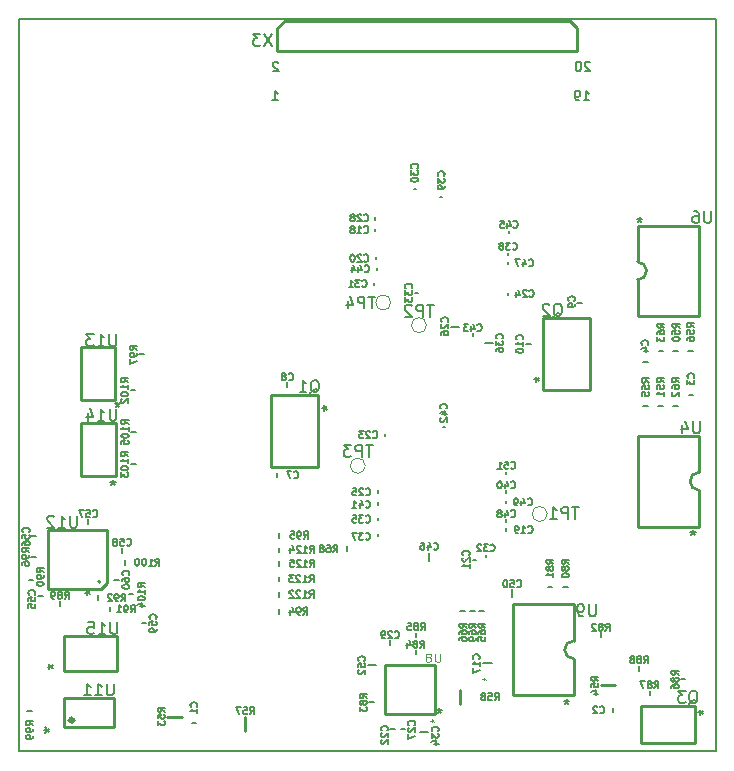
<source format=gbo>
%FSLAX34Y34*%
G04 Gerber Fmt 3.4, Leading zero omitted, Abs format*
G04 (created by PCBNEW (2013-10-29 BZR 4389)-product) date 4/5/2015 8:40:47 AM*
%MOIN*%
G01*
G70*
G90*
G04 APERTURE LIST*
%ADD10C,0.005906*%
%ADD11C,0.007874*%
%ADD12C,0.015700*%
%ADD13C,0.009843*%
%ADD14C,0.003937*%
%ADD15C,0.007700*%
%ADD16C,0.005000*%
%ADD17C,0.006000*%
%ADD18C,0.004921*%
%ADD19C,0.004900*%
G04 APERTURE END LIST*
G54D10*
G54D11*
X43307Y-26771D02*
X43307Y-51181D01*
X66535Y-26771D02*
X43307Y-26771D01*
X66535Y-51181D02*
X43307Y-51181D01*
X66535Y-51181D02*
X66535Y-26771D01*
G54D12*
X45122Y-50142D02*
G75*
G03X45122Y-50142I-55J0D01*
G74*
G01*
G54D13*
X46483Y-49394D02*
X46483Y-50378D01*
X46483Y-50378D02*
X44830Y-50378D01*
X44830Y-49394D02*
X46483Y-49394D01*
X44830Y-50378D02*
X44830Y-49394D01*
G54D14*
X54862Y-41657D02*
G75*
G03X54862Y-41657I-252J0D01*
G74*
G01*
X56901Y-36972D02*
G75*
G03X56901Y-36972I-252J0D01*
G74*
G01*
X60925Y-43263D02*
G75*
G03X60925Y-43263I-252J0D01*
G74*
G01*
X55712Y-36216D02*
G75*
G03X55712Y-36216I-252J0D01*
G74*
G01*
G54D13*
X65858Y-50915D02*
X64062Y-50915D01*
X65858Y-49655D02*
X64062Y-49655D01*
X64062Y-49655D02*
X64062Y-50915D01*
X65858Y-49655D02*
X65858Y-50915D01*
X63939Y-34861D02*
X63939Y-33655D01*
X63939Y-35461D02*
X63939Y-36665D01*
X64239Y-35161D02*
G75*
G02X63939Y-35461I-300J0D01*
G74*
G01*
X63939Y-34861D02*
G75*
G02X64239Y-35161I0J-300D01*
G74*
G01*
X63940Y-33650D02*
X65971Y-33650D01*
X65971Y-33655D02*
X65971Y-36667D01*
X65960Y-36672D02*
X63940Y-36672D01*
X61804Y-48091D02*
X61804Y-49297D01*
X61804Y-47491D02*
X61804Y-46287D01*
X61504Y-47791D02*
G75*
G02X61804Y-47491I300J0D01*
G74*
G01*
X61804Y-48091D02*
G75*
G02X61504Y-47791I0J300D01*
G74*
G01*
X61803Y-49301D02*
X59772Y-49301D01*
X59772Y-49297D02*
X59772Y-46285D01*
X59783Y-46280D02*
X61803Y-46280D01*
X60787Y-36744D02*
X62361Y-36744D01*
X62361Y-36744D02*
X62361Y-39145D01*
X62361Y-39145D02*
X60787Y-39145D01*
X60787Y-39145D02*
X60787Y-36744D01*
X53298Y-41696D02*
X51724Y-41696D01*
X51724Y-41696D02*
X51724Y-39295D01*
X51724Y-39295D02*
X53298Y-39295D01*
X53298Y-39295D02*
X53298Y-41696D01*
X48263Y-50039D02*
X48736Y-50039D01*
X58011Y-49133D02*
X58011Y-49606D01*
X62716Y-48976D02*
X63188Y-48976D01*
X50866Y-50511D02*
X50866Y-50039D01*
G54D15*
X55156Y-49547D02*
X55000Y-49547D01*
X56543Y-47944D02*
X56543Y-47788D01*
X56543Y-47221D02*
X56543Y-47377D01*
X61613Y-45708D02*
X61457Y-45708D01*
X65128Y-37844D02*
X65284Y-37844D01*
X65630Y-37844D02*
X65786Y-37844D01*
X64636Y-37844D02*
X64792Y-37844D01*
X58503Y-46496D02*
X58347Y-46496D01*
X54251Y-44487D02*
X54251Y-44331D01*
X47125Y-45944D02*
X46969Y-45944D01*
X43721Y-44704D02*
X43877Y-44704D01*
X45964Y-45965D02*
X45964Y-46121D01*
X44113Y-46003D02*
X43957Y-46003D01*
X44685Y-46162D02*
X44685Y-46318D01*
X46342Y-46515D02*
X46342Y-46359D01*
X43747Y-49818D02*
X43591Y-49818D01*
X51988Y-46437D02*
X51988Y-46593D01*
X51988Y-43898D02*
X51988Y-44054D01*
X47200Y-39145D02*
X47044Y-39145D01*
X47211Y-41602D02*
X47055Y-41602D01*
X47223Y-40523D02*
X47067Y-40523D01*
X47475Y-37940D02*
X47319Y-37940D01*
X46850Y-44959D02*
X46850Y-44803D01*
X65530Y-48779D02*
X65374Y-48779D01*
X64358Y-49158D02*
X64358Y-49314D01*
X63996Y-48327D02*
X63996Y-48483D01*
X62716Y-47205D02*
X62716Y-47361D01*
X61101Y-45708D02*
X60945Y-45708D01*
X58818Y-46496D02*
X58662Y-46496D01*
X64782Y-39673D02*
X64626Y-39673D01*
X65290Y-39673D02*
X65134Y-39673D01*
X64286Y-39673D02*
X64130Y-39673D01*
X58188Y-46496D02*
X58032Y-46496D01*
X59074Y-48228D02*
X58800Y-48228D01*
X56693Y-50531D02*
X56967Y-50531D01*
X56992Y-44563D02*
X56992Y-44837D01*
X57725Y-37027D02*
X57999Y-37027D01*
X58839Y-37559D02*
X59113Y-37559D01*
X43642Y-45452D02*
X43798Y-45452D01*
X43877Y-44015D02*
X43721Y-44015D01*
X65794Y-39307D02*
X65638Y-39307D01*
X45629Y-43601D02*
X45629Y-43445D01*
X49075Y-50236D02*
X49231Y-50236D01*
X46751Y-44566D02*
X46751Y-44410D01*
X64114Y-38208D02*
X64270Y-38208D01*
X46496Y-45452D02*
X46652Y-45452D01*
X47558Y-46909D02*
X47402Y-46909D01*
X56044Y-50433D02*
X56200Y-50433D01*
X63129Y-49725D02*
X63129Y-49881D01*
X55689Y-50433D02*
X55845Y-50433D01*
X55688Y-47481D02*
X55688Y-47637D01*
G54D10*
X59566Y-41929D02*
X59566Y-41850D01*
X59645Y-33897D02*
X59645Y-33818D01*
X55275Y-42480D02*
X55275Y-42559D01*
X55208Y-34696D02*
X55208Y-34775D01*
X59566Y-43523D02*
X59566Y-43444D01*
X55196Y-33759D02*
X55196Y-33838D01*
X55236Y-35051D02*
X55236Y-35129D01*
X55511Y-40590D02*
X55511Y-40669D01*
X56555Y-32437D02*
X56476Y-32437D01*
X59566Y-43818D02*
X59566Y-43740D01*
X59618Y-35968D02*
X59618Y-35889D01*
X55157Y-35551D02*
X55157Y-35629D01*
X55275Y-43385D02*
X55275Y-43464D01*
X58440Y-37244D02*
X58440Y-37322D01*
X58464Y-44783D02*
X58543Y-44783D01*
X58889Y-44704D02*
X58889Y-44625D01*
X55196Y-33375D02*
X55196Y-33454D01*
X55275Y-42874D02*
X55275Y-42952D01*
X57433Y-32688D02*
X57354Y-32688D01*
X59566Y-42913D02*
X59566Y-42834D01*
X59622Y-34933D02*
X59622Y-34854D01*
X59566Y-42559D02*
X59566Y-42480D01*
X57519Y-40354D02*
X57440Y-40354D01*
X59622Y-34629D02*
X59622Y-34551D01*
X55275Y-43937D02*
X55275Y-44015D01*
X56525Y-35885D02*
X56604Y-35885D01*
G54D16*
X45460Y-41985D02*
X45385Y-41985D01*
G54D13*
X45385Y-41985D02*
X45385Y-41235D01*
X45385Y-41235D02*
X45385Y-40235D01*
X45385Y-40235D02*
X46535Y-40235D01*
X46535Y-40235D02*
X46535Y-41985D01*
X46535Y-41985D02*
X46010Y-41985D01*
X46010Y-41985D02*
X45385Y-41985D01*
G54D16*
X45452Y-39465D02*
X45377Y-39465D01*
G54D13*
X45377Y-39465D02*
X45377Y-38715D01*
X45377Y-38715D02*
X45377Y-37715D01*
X45377Y-37715D02*
X46527Y-37715D01*
X46527Y-37715D02*
X46527Y-39465D01*
X46527Y-39465D02*
X46002Y-39465D01*
X46002Y-39465D02*
X45377Y-39465D01*
G54D15*
X51988Y-44843D02*
X51988Y-44999D01*
X51988Y-45355D02*
X51988Y-45511D01*
X51988Y-44390D02*
X51988Y-44546D01*
X51988Y-45866D02*
X51988Y-46022D01*
G54D13*
X45994Y-45521D02*
X45994Y-45511D01*
X45994Y-45511D02*
X45994Y-45501D01*
G54D17*
X46029Y-45514D02*
G75*
G03X46029Y-45514I-39J0D01*
G74*
G01*
G54D13*
X46235Y-45567D02*
X46235Y-43803D01*
X46039Y-45763D02*
X44275Y-45763D01*
X46039Y-45763D02*
X46235Y-45567D01*
X44275Y-43803D02*
X44275Y-45763D01*
X46235Y-43803D02*
X44275Y-43803D01*
X65981Y-42473D02*
X65981Y-43679D01*
X65981Y-41873D02*
X65981Y-40669D01*
X65681Y-42173D02*
G75*
G02X65981Y-41873I300J0D01*
G74*
G01*
X65981Y-42473D02*
G75*
G02X65681Y-42173I0J300D01*
G74*
G01*
X65980Y-43683D02*
X63950Y-43683D01*
X63950Y-43679D02*
X63950Y-40667D01*
X63960Y-40662D02*
X65980Y-40662D01*
G54D15*
X55215Y-48307D02*
X54941Y-48307D01*
X59763Y-45768D02*
X59763Y-46042D01*
X52263Y-39034D02*
X52263Y-38878D01*
X60225Y-37594D02*
X60381Y-37594D01*
X61933Y-36232D02*
X62089Y-36232D01*
X51909Y-42046D02*
X51909Y-41890D01*
G54D16*
X44833Y-47421D02*
X44833Y-47346D01*
G54D13*
X44833Y-47346D02*
X45583Y-47346D01*
X45583Y-47346D02*
X46583Y-47346D01*
X46583Y-47346D02*
X46583Y-48496D01*
X46583Y-48496D02*
X44833Y-48496D01*
X44833Y-48496D02*
X44833Y-47971D01*
X44833Y-47971D02*
X44833Y-47346D01*
X57185Y-48287D02*
X57185Y-49940D01*
X55531Y-49940D02*
X55531Y-48287D01*
X57185Y-48287D02*
X55531Y-48287D01*
X55531Y-49940D02*
X57185Y-49940D01*
X51929Y-27068D02*
X52179Y-26818D01*
X52179Y-26818D02*
X61679Y-26818D01*
X51929Y-27068D02*
X51929Y-27818D01*
X51929Y-27818D02*
X61929Y-27818D01*
X61929Y-27068D02*
X61929Y-27818D01*
X61929Y-27068D02*
X61679Y-26818D01*
G54D10*
X46471Y-48918D02*
X46471Y-49236D01*
X46452Y-49274D01*
X46434Y-49293D01*
X46396Y-49311D01*
X46321Y-49311D01*
X46284Y-49293D01*
X46265Y-49274D01*
X46246Y-49236D01*
X46246Y-48918D01*
X45853Y-49311D02*
X46077Y-49311D01*
X45965Y-49311D02*
X45965Y-48918D01*
X46002Y-48974D01*
X46040Y-49011D01*
X46077Y-49030D01*
X45478Y-49311D02*
X45703Y-49311D01*
X45590Y-49311D02*
X45590Y-48918D01*
X45628Y-48974D01*
X45665Y-49011D01*
X45703Y-49030D01*
X44142Y-50476D02*
X44236Y-50476D01*
X44198Y-50382D02*
X44236Y-50476D01*
X44198Y-50570D01*
X44311Y-50420D02*
X44236Y-50476D01*
X44311Y-50532D01*
X55103Y-40965D02*
X54878Y-40965D01*
X54990Y-41359D02*
X54990Y-40965D01*
X54746Y-41359D02*
X54746Y-40965D01*
X54596Y-40965D01*
X54559Y-40984D01*
X54540Y-41002D01*
X54521Y-41040D01*
X54521Y-41096D01*
X54540Y-41134D01*
X54559Y-41152D01*
X54596Y-41171D01*
X54746Y-41171D01*
X54390Y-40965D02*
X54146Y-40965D01*
X54278Y-41115D01*
X54221Y-41115D01*
X54184Y-41134D01*
X54165Y-41152D01*
X54146Y-41190D01*
X54146Y-41284D01*
X54165Y-41321D01*
X54184Y-41340D01*
X54221Y-41359D01*
X54334Y-41359D01*
X54371Y-41340D01*
X54390Y-41321D01*
X57136Y-36294D02*
X56911Y-36294D01*
X57024Y-36687D02*
X57024Y-36294D01*
X56780Y-36687D02*
X56780Y-36294D01*
X56630Y-36294D01*
X56592Y-36312D01*
X56574Y-36331D01*
X56555Y-36369D01*
X56555Y-36425D01*
X56574Y-36462D01*
X56592Y-36481D01*
X56630Y-36500D01*
X56780Y-36500D01*
X56405Y-36331D02*
X56386Y-36312D01*
X56349Y-36294D01*
X56255Y-36294D01*
X56217Y-36312D01*
X56199Y-36331D01*
X56180Y-36369D01*
X56180Y-36406D01*
X56199Y-36462D01*
X56424Y-36687D01*
X56180Y-36687D01*
X61977Y-43032D02*
X61752Y-43032D01*
X61864Y-43426D02*
X61864Y-43032D01*
X61620Y-43426D02*
X61620Y-43032D01*
X61470Y-43032D01*
X61433Y-43051D01*
X61414Y-43069D01*
X61395Y-43107D01*
X61395Y-43163D01*
X61414Y-43201D01*
X61433Y-43219D01*
X61470Y-43238D01*
X61620Y-43238D01*
X61020Y-43426D02*
X61245Y-43426D01*
X61133Y-43426D02*
X61133Y-43032D01*
X61170Y-43088D01*
X61208Y-43126D01*
X61245Y-43144D01*
X55189Y-36020D02*
X54964Y-36020D01*
X55077Y-36414D02*
X55077Y-36020D01*
X54833Y-36414D02*
X54833Y-36020D01*
X54683Y-36020D01*
X54646Y-36039D01*
X54627Y-36058D01*
X54608Y-36095D01*
X54608Y-36151D01*
X54627Y-36189D01*
X54646Y-36208D01*
X54683Y-36226D01*
X54833Y-36226D01*
X54271Y-36151D02*
X54271Y-36414D01*
X54364Y-36001D02*
X54458Y-36283D01*
X54214Y-36283D01*
X65647Y-49593D02*
X65685Y-49574D01*
X65722Y-49537D01*
X65778Y-49481D01*
X65816Y-49462D01*
X65853Y-49462D01*
X65835Y-49556D02*
X65872Y-49537D01*
X65910Y-49499D01*
X65928Y-49424D01*
X65928Y-49293D01*
X65910Y-49218D01*
X65872Y-49181D01*
X65835Y-49162D01*
X65760Y-49162D01*
X65722Y-49181D01*
X65685Y-49218D01*
X65666Y-49293D01*
X65666Y-49424D01*
X65685Y-49499D01*
X65722Y-49537D01*
X65760Y-49556D01*
X65835Y-49556D01*
X65535Y-49162D02*
X65291Y-49162D01*
X65422Y-49312D01*
X65366Y-49312D01*
X65329Y-49331D01*
X65310Y-49349D01*
X65291Y-49387D01*
X65291Y-49481D01*
X65310Y-49518D01*
X65329Y-49537D01*
X65366Y-49556D01*
X65479Y-49556D01*
X65516Y-49537D01*
X65535Y-49518D01*
X65965Y-49881D02*
X66059Y-49881D01*
X66021Y-49788D02*
X66059Y-49881D01*
X66021Y-49975D01*
X66134Y-49825D02*
X66059Y-49881D01*
X66134Y-49938D01*
X66386Y-33174D02*
X66386Y-33492D01*
X66367Y-33530D01*
X66349Y-33549D01*
X66311Y-33567D01*
X66236Y-33567D01*
X66199Y-33549D01*
X66180Y-33530D01*
X66161Y-33492D01*
X66161Y-33174D01*
X65805Y-33174D02*
X65880Y-33174D01*
X65917Y-33192D01*
X65936Y-33211D01*
X65974Y-33267D01*
X65992Y-33342D01*
X65992Y-33492D01*
X65974Y-33530D01*
X65955Y-33549D01*
X65917Y-33567D01*
X65842Y-33567D01*
X65805Y-33549D01*
X65786Y-33530D01*
X65767Y-33492D01*
X65767Y-33399D01*
X65786Y-33361D01*
X65805Y-33342D01*
X65842Y-33324D01*
X65917Y-33324D01*
X65955Y-33342D01*
X65974Y-33361D01*
X65992Y-33399D01*
X64007Y-33374D02*
X64007Y-33468D01*
X64101Y-33431D02*
X64007Y-33468D01*
X63914Y-33431D01*
X64064Y-33543D02*
X64007Y-33468D01*
X63951Y-33543D01*
X62544Y-46280D02*
X62544Y-46599D01*
X62525Y-46636D01*
X62506Y-46655D01*
X62469Y-46674D01*
X62394Y-46674D01*
X62356Y-46655D01*
X62337Y-46636D01*
X62319Y-46599D01*
X62319Y-46280D01*
X62112Y-46674D02*
X62037Y-46674D01*
X62000Y-46655D01*
X61981Y-46636D01*
X61944Y-46580D01*
X61925Y-46505D01*
X61925Y-46355D01*
X61944Y-46317D01*
X61962Y-46299D01*
X62000Y-46280D01*
X62075Y-46280D01*
X62112Y-46299D01*
X62131Y-46317D01*
X62150Y-46355D01*
X62150Y-46449D01*
X62131Y-46486D01*
X62112Y-46505D01*
X62075Y-46524D01*
X62000Y-46524D01*
X61962Y-46505D01*
X61944Y-46486D01*
X61925Y-46449D01*
X61574Y-49430D02*
X61574Y-49523D01*
X61668Y-49486D02*
X61574Y-49523D01*
X61481Y-49486D01*
X61631Y-49598D02*
X61574Y-49523D01*
X61518Y-49598D01*
X61128Y-36688D02*
X61165Y-36669D01*
X61203Y-36631D01*
X61259Y-36575D01*
X61296Y-36556D01*
X61334Y-36556D01*
X61315Y-36650D02*
X61353Y-36631D01*
X61390Y-36594D01*
X61409Y-36519D01*
X61409Y-36388D01*
X61390Y-36313D01*
X61353Y-36275D01*
X61315Y-36256D01*
X61240Y-36256D01*
X61203Y-36275D01*
X61165Y-36313D01*
X61146Y-36388D01*
X61146Y-36519D01*
X61165Y-36594D01*
X61203Y-36631D01*
X61240Y-36650D01*
X61315Y-36650D01*
X60996Y-36294D02*
X60978Y-36275D01*
X60940Y-36256D01*
X60846Y-36256D01*
X60809Y-36275D01*
X60790Y-36294D01*
X60771Y-36331D01*
X60771Y-36369D01*
X60790Y-36425D01*
X61015Y-36650D01*
X60771Y-36650D01*
X60493Y-38779D02*
X60586Y-38779D01*
X60549Y-38685D02*
X60586Y-38779D01*
X60549Y-38873D01*
X60661Y-38723D02*
X60586Y-38779D01*
X60661Y-38835D01*
X53029Y-39231D02*
X53067Y-39212D01*
X53104Y-39175D01*
X53160Y-39118D01*
X53198Y-39100D01*
X53235Y-39100D01*
X53217Y-39193D02*
X53254Y-39175D01*
X53292Y-39137D01*
X53310Y-39062D01*
X53310Y-38931D01*
X53292Y-38856D01*
X53254Y-38818D01*
X53217Y-38800D01*
X53142Y-38800D01*
X53104Y-38818D01*
X53067Y-38856D01*
X53048Y-38931D01*
X53048Y-39062D01*
X53067Y-39137D01*
X53104Y-39175D01*
X53142Y-39193D01*
X53217Y-39193D01*
X52673Y-39193D02*
X52898Y-39193D01*
X52785Y-39193D02*
X52785Y-38800D01*
X52823Y-38856D01*
X52860Y-38893D01*
X52898Y-38912D01*
X53414Y-39728D02*
X53508Y-39728D01*
X53470Y-39634D02*
X53508Y-39728D01*
X53470Y-39822D01*
X53583Y-39672D02*
X53508Y-39728D01*
X53583Y-39784D01*
X48173Y-49859D02*
X48061Y-49781D01*
X48173Y-49724D02*
X47937Y-49724D01*
X47937Y-49814D01*
X47948Y-49837D01*
X47960Y-49848D01*
X47982Y-49859D01*
X48016Y-49859D01*
X48038Y-49848D01*
X48050Y-49837D01*
X48061Y-49814D01*
X48061Y-49724D01*
X47937Y-50073D02*
X47937Y-49961D01*
X48050Y-49949D01*
X48038Y-49961D01*
X48027Y-49983D01*
X48027Y-50039D01*
X48038Y-50062D01*
X48050Y-50073D01*
X48072Y-50084D01*
X48128Y-50084D01*
X48151Y-50073D01*
X48162Y-50062D01*
X48173Y-50039D01*
X48173Y-49983D01*
X48162Y-49961D01*
X48151Y-49949D01*
X47937Y-50163D02*
X47937Y-50309D01*
X48027Y-50231D01*
X48027Y-50264D01*
X48038Y-50287D01*
X48050Y-50298D01*
X48072Y-50309D01*
X48128Y-50309D01*
X48151Y-50298D01*
X48162Y-50287D01*
X48173Y-50264D01*
X48173Y-50197D01*
X48162Y-50174D01*
X48151Y-50163D01*
X59179Y-49473D02*
X59258Y-49360D01*
X59314Y-49473D02*
X59314Y-49236D01*
X59224Y-49236D01*
X59201Y-49248D01*
X59190Y-49259D01*
X59179Y-49281D01*
X59179Y-49315D01*
X59190Y-49338D01*
X59201Y-49349D01*
X59224Y-49360D01*
X59314Y-49360D01*
X58965Y-49236D02*
X59078Y-49236D01*
X59089Y-49349D01*
X59078Y-49338D01*
X59055Y-49326D01*
X58999Y-49326D01*
X58976Y-49338D01*
X58965Y-49349D01*
X58954Y-49371D01*
X58954Y-49428D01*
X58965Y-49450D01*
X58976Y-49461D01*
X58999Y-49473D01*
X59055Y-49473D01*
X59078Y-49461D01*
X59089Y-49450D01*
X58819Y-49338D02*
X58841Y-49326D01*
X58853Y-49315D01*
X58864Y-49293D01*
X58864Y-49281D01*
X58853Y-49259D01*
X58841Y-49248D01*
X58819Y-49236D01*
X58774Y-49236D01*
X58751Y-49248D01*
X58740Y-49259D01*
X58729Y-49281D01*
X58729Y-49293D01*
X58740Y-49315D01*
X58751Y-49326D01*
X58774Y-49338D01*
X58819Y-49338D01*
X58841Y-49349D01*
X58853Y-49360D01*
X58864Y-49383D01*
X58864Y-49428D01*
X58853Y-49450D01*
X58841Y-49461D01*
X58819Y-49473D01*
X58774Y-49473D01*
X58751Y-49461D01*
X58740Y-49450D01*
X58729Y-49428D01*
X58729Y-49383D01*
X58740Y-49360D01*
X58751Y-49349D01*
X58774Y-49338D01*
X62626Y-48824D02*
X62514Y-48745D01*
X62626Y-48689D02*
X62390Y-48689D01*
X62390Y-48779D01*
X62401Y-48802D01*
X62412Y-48813D01*
X62435Y-48824D01*
X62469Y-48824D01*
X62491Y-48813D01*
X62502Y-48802D01*
X62514Y-48779D01*
X62514Y-48689D01*
X62390Y-49038D02*
X62390Y-48925D01*
X62502Y-48914D01*
X62491Y-48925D01*
X62480Y-48948D01*
X62480Y-49004D01*
X62491Y-49026D01*
X62502Y-49038D01*
X62525Y-49049D01*
X62581Y-49049D01*
X62604Y-49038D01*
X62615Y-49026D01*
X62626Y-49004D01*
X62626Y-48948D01*
X62615Y-48925D01*
X62604Y-48914D01*
X62469Y-49251D02*
X62626Y-49251D01*
X62379Y-49195D02*
X62547Y-49139D01*
X62547Y-49285D01*
X51017Y-49929D02*
X51096Y-49817D01*
X51152Y-49929D02*
X51152Y-49693D01*
X51062Y-49693D01*
X51040Y-49704D01*
X51029Y-49715D01*
X51017Y-49738D01*
X51017Y-49772D01*
X51029Y-49794D01*
X51040Y-49805D01*
X51062Y-49817D01*
X51152Y-49817D01*
X50804Y-49693D02*
X50916Y-49693D01*
X50928Y-49805D01*
X50916Y-49794D01*
X50894Y-49783D01*
X50838Y-49783D01*
X50815Y-49794D01*
X50804Y-49805D01*
X50793Y-49828D01*
X50793Y-49884D01*
X50804Y-49907D01*
X50815Y-49918D01*
X50838Y-49929D01*
X50894Y-49929D01*
X50916Y-49918D01*
X50928Y-49907D01*
X50714Y-49693D02*
X50556Y-49693D01*
X50658Y-49929D01*
X54910Y-49395D02*
X54797Y-49316D01*
X54910Y-49260D02*
X54673Y-49260D01*
X54673Y-49350D01*
X54685Y-49372D01*
X54696Y-49384D01*
X54718Y-49395D01*
X54752Y-49395D01*
X54775Y-49384D01*
X54786Y-49372D01*
X54797Y-49350D01*
X54797Y-49260D01*
X54775Y-49530D02*
X54763Y-49507D01*
X54752Y-49496D01*
X54730Y-49485D01*
X54718Y-49485D01*
X54696Y-49496D01*
X54685Y-49507D01*
X54673Y-49530D01*
X54673Y-49575D01*
X54685Y-49597D01*
X54696Y-49609D01*
X54718Y-49620D01*
X54730Y-49620D01*
X54752Y-49609D01*
X54763Y-49597D01*
X54775Y-49575D01*
X54775Y-49530D01*
X54786Y-49507D01*
X54797Y-49496D01*
X54820Y-49485D01*
X54865Y-49485D01*
X54887Y-49496D01*
X54898Y-49507D01*
X54910Y-49530D01*
X54910Y-49575D01*
X54898Y-49597D01*
X54887Y-49609D01*
X54865Y-49620D01*
X54820Y-49620D01*
X54797Y-49609D01*
X54786Y-49597D01*
X54775Y-49575D01*
X54673Y-49699D02*
X54673Y-49845D01*
X54763Y-49766D01*
X54763Y-49800D01*
X54775Y-49822D01*
X54786Y-49834D01*
X54808Y-49845D01*
X54865Y-49845D01*
X54887Y-49834D01*
X54898Y-49822D01*
X54910Y-49800D01*
X54910Y-49732D01*
X54898Y-49710D01*
X54887Y-49699D01*
X56691Y-47724D02*
X56769Y-47612D01*
X56826Y-47724D02*
X56826Y-47488D01*
X56736Y-47488D01*
X56713Y-47500D01*
X56702Y-47511D01*
X56691Y-47533D01*
X56691Y-47567D01*
X56702Y-47589D01*
X56713Y-47601D01*
X56736Y-47612D01*
X56826Y-47612D01*
X56556Y-47589D02*
X56578Y-47578D01*
X56589Y-47567D01*
X56601Y-47544D01*
X56601Y-47533D01*
X56589Y-47511D01*
X56578Y-47500D01*
X56556Y-47488D01*
X56511Y-47488D01*
X56488Y-47500D01*
X56477Y-47511D01*
X56466Y-47533D01*
X56466Y-47544D01*
X56477Y-47567D01*
X56488Y-47578D01*
X56511Y-47589D01*
X56556Y-47589D01*
X56578Y-47601D01*
X56589Y-47612D01*
X56601Y-47634D01*
X56601Y-47679D01*
X56589Y-47702D01*
X56578Y-47713D01*
X56556Y-47724D01*
X56511Y-47724D01*
X56488Y-47713D01*
X56477Y-47702D01*
X56466Y-47679D01*
X56466Y-47634D01*
X56477Y-47612D01*
X56488Y-47601D01*
X56511Y-47589D01*
X56263Y-47567D02*
X56263Y-47724D01*
X56320Y-47477D02*
X56376Y-47646D01*
X56230Y-47646D01*
X56714Y-47130D02*
X56793Y-47017D01*
X56849Y-47130D02*
X56849Y-46894D01*
X56759Y-46894D01*
X56737Y-46905D01*
X56726Y-46916D01*
X56714Y-46939D01*
X56714Y-46973D01*
X56726Y-46995D01*
X56737Y-47006D01*
X56759Y-47017D01*
X56849Y-47017D01*
X56579Y-46995D02*
X56602Y-46984D01*
X56613Y-46973D01*
X56624Y-46950D01*
X56624Y-46939D01*
X56613Y-46916D01*
X56602Y-46905D01*
X56579Y-46894D01*
X56534Y-46894D01*
X56512Y-46905D01*
X56501Y-46916D01*
X56489Y-46939D01*
X56489Y-46950D01*
X56501Y-46973D01*
X56512Y-46984D01*
X56534Y-46995D01*
X56579Y-46995D01*
X56602Y-47006D01*
X56613Y-47017D01*
X56624Y-47040D01*
X56624Y-47085D01*
X56613Y-47107D01*
X56602Y-47119D01*
X56579Y-47130D01*
X56534Y-47130D01*
X56512Y-47119D01*
X56501Y-47107D01*
X56489Y-47085D01*
X56489Y-47040D01*
X56501Y-47017D01*
X56512Y-47006D01*
X56534Y-46995D01*
X56276Y-46894D02*
X56388Y-46894D01*
X56399Y-47006D01*
X56388Y-46995D01*
X56366Y-46984D01*
X56309Y-46984D01*
X56287Y-46995D01*
X56276Y-47006D01*
X56264Y-47029D01*
X56264Y-47085D01*
X56276Y-47107D01*
X56287Y-47119D01*
X56309Y-47130D01*
X56366Y-47130D01*
X56388Y-47119D01*
X56399Y-47107D01*
X61642Y-44926D02*
X61529Y-44848D01*
X61642Y-44791D02*
X61406Y-44791D01*
X61406Y-44881D01*
X61417Y-44904D01*
X61428Y-44915D01*
X61451Y-44926D01*
X61484Y-44926D01*
X61507Y-44915D01*
X61518Y-44904D01*
X61529Y-44881D01*
X61529Y-44791D01*
X61507Y-45061D02*
X61496Y-45039D01*
X61484Y-45028D01*
X61462Y-45016D01*
X61451Y-45016D01*
X61428Y-45028D01*
X61417Y-45039D01*
X61406Y-45061D01*
X61406Y-45106D01*
X61417Y-45129D01*
X61428Y-45140D01*
X61451Y-45151D01*
X61462Y-45151D01*
X61484Y-45140D01*
X61496Y-45129D01*
X61507Y-45106D01*
X61507Y-45061D01*
X61518Y-45039D01*
X61529Y-45028D01*
X61552Y-45016D01*
X61597Y-45016D01*
X61619Y-45028D01*
X61631Y-45039D01*
X61642Y-45061D01*
X61642Y-45106D01*
X61631Y-45129D01*
X61619Y-45140D01*
X61597Y-45151D01*
X61552Y-45151D01*
X61529Y-45140D01*
X61518Y-45129D01*
X61507Y-45106D01*
X61406Y-45298D02*
X61406Y-45320D01*
X61417Y-45343D01*
X61428Y-45354D01*
X61451Y-45365D01*
X61496Y-45376D01*
X61552Y-45376D01*
X61597Y-45365D01*
X61619Y-45354D01*
X61631Y-45343D01*
X61642Y-45320D01*
X61642Y-45298D01*
X61631Y-45275D01*
X61619Y-45264D01*
X61597Y-45253D01*
X61552Y-45241D01*
X61496Y-45241D01*
X61451Y-45253D01*
X61428Y-45264D01*
X61417Y-45275D01*
X61406Y-45298D01*
X65335Y-37052D02*
X65222Y-36974D01*
X65335Y-36917D02*
X65098Y-36917D01*
X65098Y-37007D01*
X65110Y-37030D01*
X65121Y-37041D01*
X65143Y-37052D01*
X65177Y-37052D01*
X65200Y-37041D01*
X65211Y-37030D01*
X65222Y-37007D01*
X65222Y-36917D01*
X65098Y-37266D02*
X65098Y-37154D01*
X65211Y-37142D01*
X65200Y-37154D01*
X65188Y-37176D01*
X65188Y-37232D01*
X65200Y-37255D01*
X65211Y-37266D01*
X65233Y-37277D01*
X65290Y-37277D01*
X65312Y-37266D01*
X65323Y-37255D01*
X65335Y-37232D01*
X65335Y-37176D01*
X65323Y-37154D01*
X65312Y-37142D01*
X65098Y-37424D02*
X65098Y-37446D01*
X65110Y-37469D01*
X65121Y-37480D01*
X65143Y-37491D01*
X65188Y-37502D01*
X65245Y-37502D01*
X65290Y-37491D01*
X65312Y-37480D01*
X65323Y-37469D01*
X65335Y-37446D01*
X65335Y-37424D01*
X65323Y-37401D01*
X65312Y-37390D01*
X65290Y-37379D01*
X65245Y-37367D01*
X65188Y-37367D01*
X65143Y-37379D01*
X65121Y-37390D01*
X65110Y-37401D01*
X65098Y-37424D01*
X65823Y-37044D02*
X65710Y-36966D01*
X65823Y-36910D02*
X65587Y-36910D01*
X65587Y-37000D01*
X65598Y-37022D01*
X65609Y-37033D01*
X65632Y-37044D01*
X65665Y-37044D01*
X65688Y-37033D01*
X65699Y-37022D01*
X65710Y-37000D01*
X65710Y-36910D01*
X65587Y-37258D02*
X65587Y-37146D01*
X65699Y-37134D01*
X65688Y-37146D01*
X65677Y-37168D01*
X65677Y-37224D01*
X65688Y-37247D01*
X65699Y-37258D01*
X65722Y-37269D01*
X65778Y-37269D01*
X65800Y-37258D01*
X65812Y-37247D01*
X65823Y-37224D01*
X65823Y-37168D01*
X65812Y-37146D01*
X65800Y-37134D01*
X65587Y-37472D02*
X65587Y-37427D01*
X65598Y-37404D01*
X65609Y-37393D01*
X65643Y-37371D01*
X65688Y-37359D01*
X65778Y-37359D01*
X65800Y-37371D01*
X65812Y-37382D01*
X65823Y-37404D01*
X65823Y-37449D01*
X65812Y-37472D01*
X65800Y-37483D01*
X65778Y-37494D01*
X65722Y-37494D01*
X65699Y-37483D01*
X65688Y-37472D01*
X65677Y-37449D01*
X65677Y-37404D01*
X65688Y-37382D01*
X65699Y-37371D01*
X65722Y-37359D01*
X64831Y-37052D02*
X64718Y-36974D01*
X64831Y-36917D02*
X64595Y-36917D01*
X64595Y-37007D01*
X64606Y-37030D01*
X64617Y-37041D01*
X64640Y-37052D01*
X64673Y-37052D01*
X64696Y-37041D01*
X64707Y-37030D01*
X64718Y-37007D01*
X64718Y-36917D01*
X64595Y-37255D02*
X64595Y-37210D01*
X64606Y-37187D01*
X64617Y-37176D01*
X64651Y-37154D01*
X64696Y-37142D01*
X64786Y-37142D01*
X64808Y-37154D01*
X64820Y-37165D01*
X64831Y-37187D01*
X64831Y-37232D01*
X64820Y-37255D01*
X64808Y-37266D01*
X64786Y-37277D01*
X64730Y-37277D01*
X64707Y-37266D01*
X64696Y-37255D01*
X64685Y-37232D01*
X64685Y-37187D01*
X64696Y-37165D01*
X64707Y-37154D01*
X64730Y-37142D01*
X64595Y-37356D02*
X64595Y-37502D01*
X64685Y-37424D01*
X64685Y-37457D01*
X64696Y-37480D01*
X64707Y-37491D01*
X64730Y-37502D01*
X64786Y-37502D01*
X64808Y-37491D01*
X64820Y-37480D01*
X64831Y-37457D01*
X64831Y-37390D01*
X64820Y-37367D01*
X64808Y-37356D01*
X58551Y-47052D02*
X58439Y-46974D01*
X58551Y-46917D02*
X58315Y-46917D01*
X58315Y-47007D01*
X58326Y-47030D01*
X58338Y-47041D01*
X58360Y-47052D01*
X58394Y-47052D01*
X58416Y-47041D01*
X58428Y-47030D01*
X58439Y-47007D01*
X58439Y-46917D01*
X58315Y-47255D02*
X58315Y-47210D01*
X58326Y-47187D01*
X58338Y-47176D01*
X58371Y-47154D01*
X58416Y-47142D01*
X58506Y-47142D01*
X58529Y-47154D01*
X58540Y-47165D01*
X58551Y-47187D01*
X58551Y-47232D01*
X58540Y-47255D01*
X58529Y-47266D01*
X58506Y-47277D01*
X58450Y-47277D01*
X58428Y-47266D01*
X58416Y-47255D01*
X58405Y-47232D01*
X58405Y-47187D01*
X58416Y-47165D01*
X58428Y-47154D01*
X58450Y-47142D01*
X58551Y-47390D02*
X58551Y-47435D01*
X58540Y-47457D01*
X58529Y-47469D01*
X58495Y-47491D01*
X58450Y-47502D01*
X58360Y-47502D01*
X58338Y-47491D01*
X58326Y-47480D01*
X58315Y-47457D01*
X58315Y-47412D01*
X58326Y-47390D01*
X58338Y-47379D01*
X58360Y-47367D01*
X58416Y-47367D01*
X58439Y-47379D01*
X58450Y-47390D01*
X58461Y-47412D01*
X58461Y-47457D01*
X58450Y-47480D01*
X58439Y-47491D01*
X58416Y-47502D01*
X53793Y-44535D02*
X53872Y-44423D01*
X53928Y-44535D02*
X53928Y-44299D01*
X53838Y-44299D01*
X53816Y-44311D01*
X53804Y-44322D01*
X53793Y-44344D01*
X53793Y-44378D01*
X53804Y-44401D01*
X53816Y-44412D01*
X53838Y-44423D01*
X53928Y-44423D01*
X53591Y-44299D02*
X53636Y-44299D01*
X53658Y-44311D01*
X53669Y-44322D01*
X53692Y-44356D01*
X53703Y-44401D01*
X53703Y-44491D01*
X53692Y-44513D01*
X53681Y-44524D01*
X53658Y-44535D01*
X53613Y-44535D01*
X53591Y-44524D01*
X53579Y-44513D01*
X53568Y-44491D01*
X53568Y-44434D01*
X53579Y-44412D01*
X53591Y-44401D01*
X53613Y-44389D01*
X53658Y-44389D01*
X53681Y-44401D01*
X53692Y-44412D01*
X53703Y-44434D01*
X53433Y-44401D02*
X53456Y-44389D01*
X53467Y-44378D01*
X53478Y-44356D01*
X53478Y-44344D01*
X53467Y-44322D01*
X53456Y-44311D01*
X53433Y-44299D01*
X53388Y-44299D01*
X53366Y-44311D01*
X53354Y-44322D01*
X53343Y-44344D01*
X53343Y-44356D01*
X53354Y-44378D01*
X53366Y-44389D01*
X53388Y-44401D01*
X53433Y-44401D01*
X53456Y-44412D01*
X53467Y-44423D01*
X53478Y-44446D01*
X53478Y-44491D01*
X53467Y-44513D01*
X53456Y-44524D01*
X53433Y-44535D01*
X53388Y-44535D01*
X53366Y-44524D01*
X53354Y-44513D01*
X53343Y-44491D01*
X53343Y-44446D01*
X53354Y-44423D01*
X53366Y-44412D01*
X53388Y-44401D01*
X47508Y-45696D02*
X47395Y-45617D01*
X47508Y-45561D02*
X47272Y-45561D01*
X47272Y-45651D01*
X47283Y-45673D01*
X47294Y-45685D01*
X47317Y-45696D01*
X47350Y-45696D01*
X47373Y-45685D01*
X47384Y-45673D01*
X47395Y-45651D01*
X47395Y-45561D01*
X47508Y-45921D02*
X47508Y-45786D01*
X47508Y-45853D02*
X47272Y-45853D01*
X47305Y-45831D01*
X47328Y-45808D01*
X47339Y-45786D01*
X47272Y-46067D02*
X47272Y-46089D01*
X47283Y-46112D01*
X47294Y-46123D01*
X47317Y-46134D01*
X47362Y-46146D01*
X47418Y-46146D01*
X47463Y-46134D01*
X47485Y-46123D01*
X47497Y-46112D01*
X47508Y-46089D01*
X47508Y-46067D01*
X47497Y-46044D01*
X47485Y-46033D01*
X47463Y-46022D01*
X47418Y-46011D01*
X47362Y-46011D01*
X47317Y-46022D01*
X47294Y-46033D01*
X47283Y-46044D01*
X47272Y-46067D01*
X47350Y-46348D02*
X47508Y-46348D01*
X47260Y-46292D02*
X47429Y-46236D01*
X47429Y-46382D01*
X43650Y-44533D02*
X43537Y-44454D01*
X43650Y-44398D02*
X43413Y-44398D01*
X43413Y-44488D01*
X43425Y-44510D01*
X43436Y-44521D01*
X43458Y-44533D01*
X43492Y-44533D01*
X43515Y-44521D01*
X43526Y-44510D01*
X43537Y-44488D01*
X43537Y-44398D01*
X43650Y-44645D02*
X43650Y-44690D01*
X43638Y-44713D01*
X43627Y-44724D01*
X43593Y-44746D01*
X43548Y-44758D01*
X43458Y-44758D01*
X43436Y-44746D01*
X43425Y-44735D01*
X43413Y-44713D01*
X43413Y-44668D01*
X43425Y-44645D01*
X43436Y-44634D01*
X43458Y-44623D01*
X43515Y-44623D01*
X43537Y-44634D01*
X43548Y-44645D01*
X43560Y-44668D01*
X43560Y-44713D01*
X43548Y-44735D01*
X43537Y-44746D01*
X43515Y-44758D01*
X43413Y-44960D02*
X43413Y-44915D01*
X43425Y-44893D01*
X43436Y-44881D01*
X43470Y-44859D01*
X43515Y-44848D01*
X43605Y-44848D01*
X43627Y-44859D01*
X43638Y-44870D01*
X43650Y-44893D01*
X43650Y-44938D01*
X43638Y-44960D01*
X43627Y-44971D01*
X43605Y-44983D01*
X43548Y-44983D01*
X43526Y-44971D01*
X43515Y-44960D01*
X43503Y-44938D01*
X43503Y-44893D01*
X43515Y-44870D01*
X43526Y-44859D01*
X43548Y-44848D01*
X46726Y-46169D02*
X46805Y-46057D01*
X46861Y-46169D02*
X46861Y-45933D01*
X46771Y-45933D01*
X46749Y-45944D01*
X46737Y-45956D01*
X46726Y-45978D01*
X46726Y-46012D01*
X46737Y-46034D01*
X46749Y-46046D01*
X46771Y-46057D01*
X46861Y-46057D01*
X46614Y-46169D02*
X46569Y-46169D01*
X46546Y-46158D01*
X46535Y-46147D01*
X46512Y-46113D01*
X46501Y-46068D01*
X46501Y-45978D01*
X46512Y-45956D01*
X46524Y-45944D01*
X46546Y-45933D01*
X46591Y-45933D01*
X46614Y-45944D01*
X46625Y-45956D01*
X46636Y-45978D01*
X46636Y-46034D01*
X46625Y-46057D01*
X46614Y-46068D01*
X46591Y-46079D01*
X46546Y-46079D01*
X46524Y-46068D01*
X46512Y-46057D01*
X46501Y-46034D01*
X46411Y-45956D02*
X46400Y-45944D01*
X46377Y-45933D01*
X46321Y-45933D01*
X46299Y-45944D01*
X46287Y-45956D01*
X46276Y-45978D01*
X46276Y-46001D01*
X46287Y-46034D01*
X46422Y-46169D01*
X46276Y-46169D01*
X44142Y-45202D02*
X44029Y-45123D01*
X44142Y-45067D02*
X43906Y-45067D01*
X43906Y-45157D01*
X43917Y-45179D01*
X43928Y-45191D01*
X43951Y-45202D01*
X43984Y-45202D01*
X44007Y-45191D01*
X44018Y-45179D01*
X44029Y-45157D01*
X44029Y-45067D01*
X44142Y-45314D02*
X44142Y-45359D01*
X44131Y-45382D01*
X44119Y-45393D01*
X44086Y-45416D01*
X44041Y-45427D01*
X43951Y-45427D01*
X43928Y-45416D01*
X43917Y-45404D01*
X43906Y-45382D01*
X43906Y-45337D01*
X43917Y-45314D01*
X43928Y-45303D01*
X43951Y-45292D01*
X44007Y-45292D01*
X44029Y-45303D01*
X44041Y-45314D01*
X44052Y-45337D01*
X44052Y-45382D01*
X44041Y-45404D01*
X44029Y-45416D01*
X44007Y-45427D01*
X43906Y-45573D02*
X43906Y-45596D01*
X43917Y-45618D01*
X43928Y-45629D01*
X43951Y-45641D01*
X43996Y-45652D01*
X44052Y-45652D01*
X44097Y-45641D01*
X44119Y-45629D01*
X44131Y-45618D01*
X44142Y-45596D01*
X44142Y-45573D01*
X44131Y-45551D01*
X44119Y-45539D01*
X44097Y-45528D01*
X44052Y-45517D01*
X43996Y-45517D01*
X43951Y-45528D01*
X43928Y-45539D01*
X43917Y-45551D01*
X43906Y-45573D01*
X44836Y-46091D02*
X44915Y-45978D01*
X44971Y-46091D02*
X44971Y-45854D01*
X44881Y-45854D01*
X44859Y-45866D01*
X44848Y-45877D01*
X44836Y-45899D01*
X44836Y-45933D01*
X44848Y-45956D01*
X44859Y-45967D01*
X44881Y-45978D01*
X44971Y-45978D01*
X44701Y-45956D02*
X44724Y-45944D01*
X44735Y-45933D01*
X44746Y-45911D01*
X44746Y-45899D01*
X44735Y-45877D01*
X44724Y-45866D01*
X44701Y-45854D01*
X44656Y-45854D01*
X44634Y-45866D01*
X44623Y-45877D01*
X44611Y-45899D01*
X44611Y-45911D01*
X44623Y-45933D01*
X44634Y-45944D01*
X44656Y-45956D01*
X44701Y-45956D01*
X44724Y-45967D01*
X44735Y-45978D01*
X44746Y-46001D01*
X44746Y-46046D01*
X44735Y-46068D01*
X44724Y-46079D01*
X44701Y-46091D01*
X44656Y-46091D01*
X44634Y-46079D01*
X44623Y-46068D01*
X44611Y-46046D01*
X44611Y-46001D01*
X44623Y-45978D01*
X44634Y-45967D01*
X44656Y-45956D01*
X44499Y-46091D02*
X44454Y-46091D01*
X44431Y-46079D01*
X44420Y-46068D01*
X44398Y-46034D01*
X44386Y-45989D01*
X44386Y-45899D01*
X44398Y-45877D01*
X44409Y-45866D01*
X44431Y-45854D01*
X44476Y-45854D01*
X44499Y-45866D01*
X44510Y-45877D01*
X44521Y-45899D01*
X44521Y-45956D01*
X44510Y-45978D01*
X44499Y-45989D01*
X44476Y-46001D01*
X44431Y-46001D01*
X44409Y-45989D01*
X44398Y-45978D01*
X44386Y-45956D01*
X47045Y-46547D02*
X47124Y-46435D01*
X47180Y-46547D02*
X47180Y-46311D01*
X47090Y-46311D01*
X47068Y-46322D01*
X47056Y-46334D01*
X47045Y-46356D01*
X47045Y-46390D01*
X47056Y-46412D01*
X47068Y-46424D01*
X47090Y-46435D01*
X47180Y-46435D01*
X46933Y-46547D02*
X46888Y-46547D01*
X46865Y-46536D01*
X46854Y-46525D01*
X46831Y-46491D01*
X46820Y-46446D01*
X46820Y-46356D01*
X46831Y-46334D01*
X46843Y-46322D01*
X46865Y-46311D01*
X46910Y-46311D01*
X46933Y-46322D01*
X46944Y-46334D01*
X46955Y-46356D01*
X46955Y-46412D01*
X46944Y-46435D01*
X46933Y-46446D01*
X46910Y-46457D01*
X46865Y-46457D01*
X46843Y-46446D01*
X46831Y-46435D01*
X46820Y-46412D01*
X46595Y-46547D02*
X46730Y-46547D01*
X46663Y-46547D02*
X46663Y-46311D01*
X46685Y-46345D01*
X46708Y-46367D01*
X46730Y-46379D01*
X43784Y-50312D02*
X43671Y-50233D01*
X43784Y-50177D02*
X43547Y-50177D01*
X43547Y-50267D01*
X43559Y-50290D01*
X43570Y-50301D01*
X43592Y-50312D01*
X43626Y-50312D01*
X43649Y-50301D01*
X43660Y-50290D01*
X43671Y-50267D01*
X43671Y-50177D01*
X43784Y-50425D02*
X43784Y-50470D01*
X43772Y-50492D01*
X43761Y-50503D01*
X43727Y-50526D01*
X43682Y-50537D01*
X43592Y-50537D01*
X43570Y-50526D01*
X43559Y-50515D01*
X43547Y-50492D01*
X43547Y-50447D01*
X43559Y-50425D01*
X43570Y-50413D01*
X43592Y-50402D01*
X43649Y-50402D01*
X43671Y-50413D01*
X43682Y-50425D01*
X43694Y-50447D01*
X43694Y-50492D01*
X43682Y-50515D01*
X43671Y-50526D01*
X43649Y-50537D01*
X43784Y-50650D02*
X43784Y-50695D01*
X43772Y-50717D01*
X43761Y-50728D01*
X43727Y-50751D01*
X43682Y-50762D01*
X43592Y-50762D01*
X43570Y-50751D01*
X43559Y-50740D01*
X43547Y-50717D01*
X43547Y-50672D01*
X43559Y-50650D01*
X43570Y-50638D01*
X43592Y-50627D01*
X43649Y-50627D01*
X43671Y-50638D01*
X43682Y-50650D01*
X43694Y-50672D01*
X43694Y-50717D01*
X43682Y-50740D01*
X43671Y-50751D01*
X43649Y-50762D01*
X52793Y-46618D02*
X52872Y-46506D01*
X52928Y-46618D02*
X52928Y-46382D01*
X52838Y-46382D01*
X52816Y-46393D01*
X52804Y-46404D01*
X52793Y-46427D01*
X52793Y-46461D01*
X52804Y-46483D01*
X52816Y-46494D01*
X52838Y-46506D01*
X52928Y-46506D01*
X52681Y-46618D02*
X52636Y-46618D01*
X52613Y-46607D01*
X52602Y-46596D01*
X52579Y-46562D01*
X52568Y-46517D01*
X52568Y-46427D01*
X52579Y-46404D01*
X52591Y-46393D01*
X52613Y-46382D01*
X52658Y-46382D01*
X52681Y-46393D01*
X52692Y-46404D01*
X52703Y-46427D01*
X52703Y-46483D01*
X52692Y-46506D01*
X52681Y-46517D01*
X52658Y-46528D01*
X52613Y-46528D01*
X52591Y-46517D01*
X52579Y-46506D01*
X52568Y-46483D01*
X52366Y-46461D02*
X52366Y-46618D01*
X52422Y-46371D02*
X52478Y-46539D01*
X52332Y-46539D01*
X52809Y-44083D02*
X52888Y-43970D01*
X52944Y-44083D02*
X52944Y-43847D01*
X52854Y-43847D01*
X52831Y-43858D01*
X52820Y-43869D01*
X52809Y-43892D01*
X52809Y-43925D01*
X52820Y-43948D01*
X52831Y-43959D01*
X52854Y-43970D01*
X52944Y-43970D01*
X52696Y-44083D02*
X52651Y-44083D01*
X52629Y-44071D01*
X52618Y-44060D01*
X52595Y-44026D01*
X52584Y-43982D01*
X52584Y-43892D01*
X52595Y-43869D01*
X52606Y-43858D01*
X52629Y-43847D01*
X52674Y-43847D01*
X52696Y-43858D01*
X52708Y-43869D01*
X52719Y-43892D01*
X52719Y-43948D01*
X52708Y-43970D01*
X52696Y-43982D01*
X52674Y-43993D01*
X52629Y-43993D01*
X52606Y-43982D01*
X52595Y-43970D01*
X52584Y-43948D01*
X52370Y-43847D02*
X52483Y-43847D01*
X52494Y-43959D01*
X52483Y-43948D01*
X52460Y-43937D01*
X52404Y-43937D01*
X52381Y-43948D01*
X52370Y-43959D01*
X52359Y-43982D01*
X52359Y-44038D01*
X52370Y-44060D01*
X52381Y-44071D01*
X52404Y-44083D01*
X52460Y-44083D01*
X52483Y-44071D01*
X52494Y-44060D01*
X46953Y-38881D02*
X46840Y-38802D01*
X46953Y-38746D02*
X46717Y-38746D01*
X46717Y-38836D01*
X46728Y-38858D01*
X46739Y-38870D01*
X46762Y-38881D01*
X46795Y-38881D01*
X46818Y-38870D01*
X46829Y-38858D01*
X46840Y-38836D01*
X46840Y-38746D01*
X46953Y-39106D02*
X46953Y-38971D01*
X46953Y-39038D02*
X46717Y-39038D01*
X46750Y-39016D01*
X46773Y-38993D01*
X46784Y-38971D01*
X46717Y-39252D02*
X46717Y-39275D01*
X46728Y-39297D01*
X46739Y-39308D01*
X46762Y-39320D01*
X46807Y-39331D01*
X46863Y-39331D01*
X46908Y-39320D01*
X46930Y-39308D01*
X46942Y-39297D01*
X46953Y-39275D01*
X46953Y-39252D01*
X46942Y-39230D01*
X46930Y-39218D01*
X46908Y-39207D01*
X46863Y-39196D01*
X46807Y-39196D01*
X46762Y-39207D01*
X46739Y-39218D01*
X46728Y-39230D01*
X46717Y-39252D01*
X46739Y-39421D02*
X46728Y-39432D01*
X46717Y-39455D01*
X46717Y-39511D01*
X46728Y-39533D01*
X46739Y-39544D01*
X46762Y-39556D01*
X46784Y-39556D01*
X46818Y-39544D01*
X46953Y-39410D01*
X46953Y-39556D01*
X46949Y-41345D02*
X46836Y-41267D01*
X46949Y-41210D02*
X46713Y-41210D01*
X46713Y-41300D01*
X46724Y-41323D01*
X46735Y-41334D01*
X46758Y-41345D01*
X46791Y-41345D01*
X46814Y-41334D01*
X46825Y-41323D01*
X46836Y-41300D01*
X46836Y-41210D01*
X46949Y-41570D02*
X46949Y-41435D01*
X46949Y-41503D02*
X46713Y-41503D01*
X46746Y-41480D01*
X46769Y-41458D01*
X46780Y-41435D01*
X46713Y-41717D02*
X46713Y-41739D01*
X46724Y-41762D01*
X46735Y-41773D01*
X46758Y-41784D01*
X46803Y-41795D01*
X46859Y-41795D01*
X46904Y-41784D01*
X46926Y-41773D01*
X46938Y-41762D01*
X46949Y-41739D01*
X46949Y-41717D01*
X46938Y-41694D01*
X46926Y-41683D01*
X46904Y-41672D01*
X46859Y-41660D01*
X46803Y-41660D01*
X46758Y-41672D01*
X46735Y-41683D01*
X46724Y-41694D01*
X46713Y-41717D01*
X46713Y-41874D02*
X46713Y-42020D01*
X46803Y-41942D01*
X46803Y-41975D01*
X46814Y-41998D01*
X46825Y-42009D01*
X46848Y-42020D01*
X46904Y-42020D01*
X46926Y-42009D01*
X46938Y-41998D01*
X46949Y-41975D01*
X46949Y-41908D01*
X46938Y-41885D01*
X46926Y-41874D01*
X46969Y-40271D02*
X46856Y-40192D01*
X46969Y-40136D02*
X46732Y-40136D01*
X46732Y-40226D01*
X46744Y-40248D01*
X46755Y-40259D01*
X46777Y-40271D01*
X46811Y-40271D01*
X46834Y-40259D01*
X46845Y-40248D01*
X46856Y-40226D01*
X46856Y-40136D01*
X46969Y-40496D02*
X46969Y-40361D01*
X46969Y-40428D02*
X46732Y-40428D01*
X46766Y-40406D01*
X46789Y-40383D01*
X46800Y-40361D01*
X46732Y-40642D02*
X46732Y-40664D01*
X46744Y-40687D01*
X46755Y-40698D01*
X46777Y-40709D01*
X46822Y-40721D01*
X46879Y-40721D01*
X46924Y-40709D01*
X46946Y-40698D01*
X46957Y-40687D01*
X46969Y-40664D01*
X46969Y-40642D01*
X46957Y-40619D01*
X46946Y-40608D01*
X46924Y-40597D01*
X46879Y-40586D01*
X46822Y-40586D01*
X46777Y-40597D01*
X46755Y-40608D01*
X46744Y-40619D01*
X46732Y-40642D01*
X46732Y-40934D02*
X46732Y-40822D01*
X46845Y-40811D01*
X46834Y-40822D01*
X46822Y-40844D01*
X46822Y-40901D01*
X46834Y-40923D01*
X46845Y-40934D01*
X46867Y-40946D01*
X46924Y-40946D01*
X46946Y-40934D01*
X46957Y-40923D01*
X46969Y-40901D01*
X46969Y-40844D01*
X46957Y-40822D01*
X46946Y-40811D01*
X47244Y-37793D02*
X47132Y-37714D01*
X47244Y-37658D02*
X47008Y-37658D01*
X47008Y-37748D01*
X47019Y-37770D01*
X47030Y-37781D01*
X47053Y-37793D01*
X47087Y-37793D01*
X47109Y-37781D01*
X47120Y-37770D01*
X47132Y-37748D01*
X47132Y-37658D01*
X47244Y-37905D02*
X47244Y-37950D01*
X47233Y-37973D01*
X47222Y-37984D01*
X47188Y-38006D01*
X47143Y-38017D01*
X47053Y-38017D01*
X47030Y-38006D01*
X47019Y-37995D01*
X47008Y-37973D01*
X47008Y-37928D01*
X47019Y-37905D01*
X47030Y-37894D01*
X47053Y-37883D01*
X47109Y-37883D01*
X47132Y-37894D01*
X47143Y-37905D01*
X47154Y-37928D01*
X47154Y-37973D01*
X47143Y-37995D01*
X47132Y-38006D01*
X47109Y-38017D01*
X47008Y-38096D02*
X47008Y-38254D01*
X47244Y-38152D01*
X47862Y-44988D02*
X47941Y-44876D01*
X47997Y-44988D02*
X47997Y-44752D01*
X47907Y-44752D01*
X47885Y-44763D01*
X47874Y-44775D01*
X47862Y-44797D01*
X47862Y-44831D01*
X47874Y-44853D01*
X47885Y-44865D01*
X47907Y-44876D01*
X47997Y-44876D01*
X47637Y-44988D02*
X47772Y-44988D01*
X47705Y-44988D02*
X47705Y-44752D01*
X47727Y-44786D01*
X47750Y-44808D01*
X47772Y-44820D01*
X47491Y-44752D02*
X47469Y-44752D01*
X47446Y-44763D01*
X47435Y-44775D01*
X47424Y-44797D01*
X47412Y-44842D01*
X47412Y-44898D01*
X47424Y-44943D01*
X47435Y-44966D01*
X47446Y-44977D01*
X47469Y-44988D01*
X47491Y-44988D01*
X47514Y-44977D01*
X47525Y-44966D01*
X47536Y-44943D01*
X47547Y-44898D01*
X47547Y-44842D01*
X47536Y-44797D01*
X47525Y-44775D01*
X47514Y-44763D01*
X47491Y-44752D01*
X47266Y-44752D02*
X47244Y-44752D01*
X47221Y-44763D01*
X47210Y-44775D01*
X47199Y-44797D01*
X47187Y-44842D01*
X47187Y-44898D01*
X47199Y-44943D01*
X47210Y-44966D01*
X47221Y-44977D01*
X47244Y-44988D01*
X47266Y-44988D01*
X47289Y-44977D01*
X47300Y-44966D01*
X47311Y-44943D01*
X47322Y-44898D01*
X47322Y-44842D01*
X47311Y-44797D01*
X47300Y-44775D01*
X47289Y-44763D01*
X47266Y-44752D01*
X65303Y-48627D02*
X65191Y-48548D01*
X65303Y-48492D02*
X65067Y-48492D01*
X65067Y-48582D01*
X65078Y-48605D01*
X65089Y-48616D01*
X65112Y-48627D01*
X65146Y-48627D01*
X65168Y-48616D01*
X65179Y-48605D01*
X65191Y-48582D01*
X65191Y-48492D01*
X65168Y-48762D02*
X65157Y-48740D01*
X65146Y-48728D01*
X65123Y-48717D01*
X65112Y-48717D01*
X65089Y-48728D01*
X65078Y-48740D01*
X65067Y-48762D01*
X65067Y-48807D01*
X65078Y-48830D01*
X65089Y-48841D01*
X65112Y-48852D01*
X65123Y-48852D01*
X65146Y-48841D01*
X65157Y-48830D01*
X65168Y-48807D01*
X65168Y-48762D01*
X65179Y-48740D01*
X65191Y-48728D01*
X65213Y-48717D01*
X65258Y-48717D01*
X65281Y-48728D01*
X65292Y-48740D01*
X65303Y-48762D01*
X65303Y-48807D01*
X65292Y-48830D01*
X65281Y-48841D01*
X65258Y-48852D01*
X65213Y-48852D01*
X65191Y-48841D01*
X65179Y-48830D01*
X65168Y-48807D01*
X65067Y-49055D02*
X65067Y-49010D01*
X65078Y-48987D01*
X65089Y-48976D01*
X65123Y-48953D01*
X65168Y-48942D01*
X65258Y-48942D01*
X65281Y-48953D01*
X65292Y-48965D01*
X65303Y-48987D01*
X65303Y-49032D01*
X65292Y-49055D01*
X65281Y-49066D01*
X65258Y-49077D01*
X65202Y-49077D01*
X65179Y-49066D01*
X65168Y-49055D01*
X65157Y-49032D01*
X65157Y-48987D01*
X65168Y-48965D01*
X65179Y-48953D01*
X65202Y-48942D01*
X64494Y-49067D02*
X64573Y-48955D01*
X64629Y-49067D02*
X64629Y-48831D01*
X64539Y-48831D01*
X64516Y-48842D01*
X64505Y-48853D01*
X64494Y-48876D01*
X64494Y-48910D01*
X64505Y-48932D01*
X64516Y-48943D01*
X64539Y-48955D01*
X64629Y-48955D01*
X64359Y-48932D02*
X64381Y-48921D01*
X64393Y-48910D01*
X64404Y-48887D01*
X64404Y-48876D01*
X64393Y-48853D01*
X64381Y-48842D01*
X64359Y-48831D01*
X64314Y-48831D01*
X64291Y-48842D01*
X64280Y-48853D01*
X64269Y-48876D01*
X64269Y-48887D01*
X64280Y-48910D01*
X64291Y-48921D01*
X64314Y-48932D01*
X64359Y-48932D01*
X64381Y-48943D01*
X64393Y-48955D01*
X64404Y-48977D01*
X64404Y-49022D01*
X64393Y-49044D01*
X64381Y-49056D01*
X64359Y-49067D01*
X64314Y-49067D01*
X64291Y-49056D01*
X64280Y-49044D01*
X64269Y-49022D01*
X64269Y-48977D01*
X64280Y-48955D01*
X64291Y-48943D01*
X64314Y-48932D01*
X64190Y-48831D02*
X64033Y-48831D01*
X64134Y-49067D01*
X64147Y-48236D02*
X64226Y-48124D01*
X64282Y-48236D02*
X64282Y-48000D01*
X64192Y-48000D01*
X64170Y-48011D01*
X64159Y-48023D01*
X64147Y-48045D01*
X64147Y-48079D01*
X64159Y-48101D01*
X64170Y-48113D01*
X64192Y-48124D01*
X64282Y-48124D01*
X64012Y-48101D02*
X64035Y-48090D01*
X64046Y-48079D01*
X64057Y-48056D01*
X64057Y-48045D01*
X64046Y-48023D01*
X64035Y-48011D01*
X64012Y-48000D01*
X63967Y-48000D01*
X63945Y-48011D01*
X63934Y-48023D01*
X63922Y-48045D01*
X63922Y-48056D01*
X63934Y-48079D01*
X63945Y-48090D01*
X63967Y-48101D01*
X64012Y-48101D01*
X64035Y-48113D01*
X64046Y-48124D01*
X64057Y-48146D01*
X64057Y-48191D01*
X64046Y-48214D01*
X64035Y-48225D01*
X64012Y-48236D01*
X63967Y-48236D01*
X63945Y-48225D01*
X63934Y-48214D01*
X63922Y-48191D01*
X63922Y-48146D01*
X63934Y-48124D01*
X63945Y-48113D01*
X63967Y-48101D01*
X63787Y-48101D02*
X63810Y-48090D01*
X63821Y-48079D01*
X63832Y-48056D01*
X63832Y-48045D01*
X63821Y-48023D01*
X63810Y-48011D01*
X63787Y-48000D01*
X63742Y-48000D01*
X63720Y-48011D01*
X63709Y-48023D01*
X63697Y-48045D01*
X63697Y-48056D01*
X63709Y-48079D01*
X63720Y-48090D01*
X63742Y-48101D01*
X63787Y-48101D01*
X63810Y-48113D01*
X63821Y-48124D01*
X63832Y-48146D01*
X63832Y-48191D01*
X63821Y-48214D01*
X63810Y-48225D01*
X63787Y-48236D01*
X63742Y-48236D01*
X63720Y-48225D01*
X63709Y-48214D01*
X63697Y-48191D01*
X63697Y-48146D01*
X63709Y-48124D01*
X63720Y-48113D01*
X63742Y-48101D01*
X62868Y-47154D02*
X62947Y-47041D01*
X63003Y-47154D02*
X63003Y-46917D01*
X62913Y-46917D01*
X62890Y-46929D01*
X62879Y-46940D01*
X62868Y-46962D01*
X62868Y-46996D01*
X62879Y-47019D01*
X62890Y-47030D01*
X62913Y-47041D01*
X63003Y-47041D01*
X62733Y-47019D02*
X62755Y-47007D01*
X62767Y-46996D01*
X62778Y-46974D01*
X62778Y-46962D01*
X62767Y-46940D01*
X62755Y-46929D01*
X62733Y-46917D01*
X62688Y-46917D01*
X62665Y-46929D01*
X62654Y-46940D01*
X62643Y-46962D01*
X62643Y-46974D01*
X62654Y-46996D01*
X62665Y-47007D01*
X62688Y-47019D01*
X62733Y-47019D01*
X62755Y-47030D01*
X62767Y-47041D01*
X62778Y-47064D01*
X62778Y-47109D01*
X62767Y-47131D01*
X62755Y-47142D01*
X62733Y-47154D01*
X62688Y-47154D01*
X62665Y-47142D01*
X62654Y-47131D01*
X62643Y-47109D01*
X62643Y-47064D01*
X62654Y-47041D01*
X62665Y-47030D01*
X62688Y-47019D01*
X62553Y-46940D02*
X62542Y-46929D01*
X62519Y-46917D01*
X62463Y-46917D01*
X62440Y-46929D01*
X62429Y-46940D01*
X62418Y-46962D01*
X62418Y-46985D01*
X62429Y-47019D01*
X62564Y-47154D01*
X62418Y-47154D01*
X61130Y-44926D02*
X61017Y-44848D01*
X61130Y-44791D02*
X60894Y-44791D01*
X60894Y-44881D01*
X60905Y-44904D01*
X60916Y-44915D01*
X60939Y-44926D01*
X60973Y-44926D01*
X60995Y-44915D01*
X61006Y-44904D01*
X61017Y-44881D01*
X61017Y-44791D01*
X60995Y-45061D02*
X60984Y-45039D01*
X60973Y-45028D01*
X60950Y-45016D01*
X60939Y-45016D01*
X60916Y-45028D01*
X60905Y-45039D01*
X60894Y-45061D01*
X60894Y-45106D01*
X60905Y-45129D01*
X60916Y-45140D01*
X60939Y-45151D01*
X60950Y-45151D01*
X60973Y-45140D01*
X60984Y-45129D01*
X60995Y-45106D01*
X60995Y-45061D01*
X61006Y-45039D01*
X61017Y-45028D01*
X61040Y-45016D01*
X61085Y-45016D01*
X61107Y-45028D01*
X61119Y-45039D01*
X61130Y-45061D01*
X61130Y-45106D01*
X61119Y-45129D01*
X61107Y-45140D01*
X61085Y-45151D01*
X61040Y-45151D01*
X61017Y-45140D01*
X61006Y-45129D01*
X60995Y-45106D01*
X61130Y-45376D02*
X61130Y-45241D01*
X61130Y-45309D02*
X60894Y-45309D01*
X60928Y-45286D01*
X60950Y-45264D01*
X60961Y-45241D01*
X58866Y-47052D02*
X58754Y-46974D01*
X58866Y-46917D02*
X58630Y-46917D01*
X58630Y-47007D01*
X58641Y-47030D01*
X58652Y-47041D01*
X58675Y-47052D01*
X58709Y-47052D01*
X58731Y-47041D01*
X58742Y-47030D01*
X58754Y-47007D01*
X58754Y-46917D01*
X58630Y-47255D02*
X58630Y-47210D01*
X58641Y-47187D01*
X58652Y-47176D01*
X58686Y-47154D01*
X58731Y-47142D01*
X58821Y-47142D01*
X58844Y-47154D01*
X58855Y-47165D01*
X58866Y-47187D01*
X58866Y-47232D01*
X58855Y-47255D01*
X58844Y-47266D01*
X58821Y-47277D01*
X58765Y-47277D01*
X58742Y-47266D01*
X58731Y-47255D01*
X58720Y-47232D01*
X58720Y-47187D01*
X58731Y-47165D01*
X58742Y-47154D01*
X58765Y-47142D01*
X58630Y-47491D02*
X58630Y-47379D01*
X58742Y-47367D01*
X58731Y-47379D01*
X58720Y-47401D01*
X58720Y-47457D01*
X58731Y-47480D01*
X58742Y-47491D01*
X58765Y-47502D01*
X58821Y-47502D01*
X58844Y-47491D01*
X58855Y-47480D01*
X58866Y-47457D01*
X58866Y-47401D01*
X58855Y-47379D01*
X58844Y-47367D01*
X64819Y-38875D02*
X64706Y-38796D01*
X64819Y-38740D02*
X64583Y-38740D01*
X64583Y-38830D01*
X64594Y-38853D01*
X64605Y-38864D01*
X64628Y-38875D01*
X64661Y-38875D01*
X64684Y-38864D01*
X64695Y-38853D01*
X64706Y-38830D01*
X64706Y-38740D01*
X64583Y-39089D02*
X64583Y-38976D01*
X64695Y-38965D01*
X64684Y-38976D01*
X64673Y-38999D01*
X64673Y-39055D01*
X64684Y-39078D01*
X64695Y-39089D01*
X64718Y-39100D01*
X64774Y-39100D01*
X64796Y-39089D01*
X64808Y-39078D01*
X64819Y-39055D01*
X64819Y-38999D01*
X64808Y-38976D01*
X64796Y-38965D01*
X64819Y-39325D02*
X64819Y-39190D01*
X64819Y-39258D02*
X64583Y-39258D01*
X64616Y-39235D01*
X64639Y-39213D01*
X64650Y-39190D01*
X65315Y-38879D02*
X65203Y-38800D01*
X65315Y-38744D02*
X65079Y-38744D01*
X65079Y-38834D01*
X65090Y-38857D01*
X65101Y-38868D01*
X65124Y-38879D01*
X65158Y-38879D01*
X65180Y-38868D01*
X65191Y-38857D01*
X65203Y-38834D01*
X65203Y-38744D01*
X65079Y-39082D02*
X65079Y-39037D01*
X65090Y-39014D01*
X65101Y-39003D01*
X65135Y-38980D01*
X65180Y-38969D01*
X65270Y-38969D01*
X65293Y-38980D01*
X65304Y-38992D01*
X65315Y-39014D01*
X65315Y-39059D01*
X65304Y-39082D01*
X65293Y-39093D01*
X65270Y-39104D01*
X65214Y-39104D01*
X65191Y-39093D01*
X65180Y-39082D01*
X65169Y-39059D01*
X65169Y-39014D01*
X65180Y-38992D01*
X65191Y-38980D01*
X65214Y-38969D01*
X65101Y-39194D02*
X65090Y-39205D01*
X65079Y-39228D01*
X65079Y-39284D01*
X65090Y-39307D01*
X65101Y-39318D01*
X65124Y-39329D01*
X65146Y-39329D01*
X65180Y-39318D01*
X65315Y-39183D01*
X65315Y-39329D01*
X64319Y-38883D02*
X64206Y-38804D01*
X64319Y-38748D02*
X64083Y-38748D01*
X64083Y-38838D01*
X64094Y-38861D01*
X64105Y-38872D01*
X64128Y-38883D01*
X64161Y-38883D01*
X64184Y-38872D01*
X64195Y-38861D01*
X64206Y-38838D01*
X64206Y-38748D01*
X64083Y-39097D02*
X64083Y-38984D01*
X64195Y-38973D01*
X64184Y-38984D01*
X64173Y-39007D01*
X64173Y-39063D01*
X64184Y-39086D01*
X64195Y-39097D01*
X64218Y-39108D01*
X64274Y-39108D01*
X64296Y-39097D01*
X64308Y-39086D01*
X64319Y-39063D01*
X64319Y-39007D01*
X64308Y-38984D01*
X64296Y-38973D01*
X64083Y-39322D02*
X64083Y-39209D01*
X64195Y-39198D01*
X64184Y-39209D01*
X64173Y-39232D01*
X64173Y-39288D01*
X64184Y-39311D01*
X64195Y-39322D01*
X64218Y-39333D01*
X64274Y-39333D01*
X64296Y-39322D01*
X64308Y-39311D01*
X64319Y-39288D01*
X64319Y-39232D01*
X64308Y-39209D01*
X64296Y-39198D01*
X58236Y-47052D02*
X58124Y-46974D01*
X58236Y-46917D02*
X58000Y-46917D01*
X58000Y-47007D01*
X58011Y-47030D01*
X58023Y-47041D01*
X58045Y-47052D01*
X58079Y-47052D01*
X58101Y-47041D01*
X58113Y-47030D01*
X58124Y-47007D01*
X58124Y-46917D01*
X58000Y-47255D02*
X58000Y-47210D01*
X58011Y-47187D01*
X58023Y-47176D01*
X58056Y-47154D01*
X58101Y-47142D01*
X58191Y-47142D01*
X58214Y-47154D01*
X58225Y-47165D01*
X58236Y-47187D01*
X58236Y-47232D01*
X58225Y-47255D01*
X58214Y-47266D01*
X58191Y-47277D01*
X58135Y-47277D01*
X58113Y-47266D01*
X58101Y-47255D01*
X58090Y-47232D01*
X58090Y-47187D01*
X58101Y-47165D01*
X58113Y-47154D01*
X58135Y-47142D01*
X58000Y-47480D02*
X58000Y-47435D01*
X58011Y-47412D01*
X58023Y-47401D01*
X58056Y-47379D01*
X58101Y-47367D01*
X58191Y-47367D01*
X58214Y-47379D01*
X58225Y-47390D01*
X58236Y-47412D01*
X58236Y-47457D01*
X58225Y-47480D01*
X58214Y-47491D01*
X58191Y-47502D01*
X58135Y-47502D01*
X58113Y-47491D01*
X58101Y-47480D01*
X58090Y-47457D01*
X58090Y-47412D01*
X58101Y-47390D01*
X58113Y-47379D01*
X58135Y-47367D01*
X58657Y-48096D02*
X58668Y-48084D01*
X58679Y-48051D01*
X58679Y-48028D01*
X58668Y-47994D01*
X58645Y-47972D01*
X58623Y-47961D01*
X58578Y-47949D01*
X58544Y-47949D01*
X58499Y-47961D01*
X58477Y-47972D01*
X58454Y-47994D01*
X58443Y-48028D01*
X58443Y-48051D01*
X58454Y-48084D01*
X58465Y-48096D01*
X58679Y-48321D02*
X58679Y-48186D01*
X58679Y-48253D02*
X58443Y-48253D01*
X58477Y-48231D01*
X58499Y-48208D01*
X58510Y-48186D01*
X58443Y-48399D02*
X58443Y-48557D01*
X58679Y-48456D01*
G54D18*
X58764Y-48769D02*
X58839Y-48769D01*
X58809Y-48722D02*
X58839Y-48769D01*
X58809Y-48816D01*
X58899Y-48741D02*
X58839Y-48769D01*
X58899Y-48797D01*
G54D10*
X57285Y-50501D02*
X57296Y-50490D01*
X57307Y-50456D01*
X57307Y-50434D01*
X57296Y-50400D01*
X57273Y-50377D01*
X57251Y-50366D01*
X57206Y-50355D01*
X57172Y-50355D01*
X57127Y-50366D01*
X57105Y-50377D01*
X57082Y-50400D01*
X57071Y-50434D01*
X57071Y-50456D01*
X57082Y-50490D01*
X57093Y-50501D01*
X57071Y-50580D02*
X57071Y-50726D01*
X57161Y-50647D01*
X57161Y-50681D01*
X57172Y-50704D01*
X57183Y-50715D01*
X57206Y-50726D01*
X57262Y-50726D01*
X57285Y-50715D01*
X57296Y-50704D01*
X57307Y-50681D01*
X57307Y-50614D01*
X57296Y-50591D01*
X57285Y-50580D01*
X57150Y-50929D02*
X57307Y-50929D01*
X57060Y-50872D02*
X57228Y-50816D01*
X57228Y-50962D01*
G54D18*
X57028Y-50161D02*
X57103Y-50161D01*
X57073Y-50114D02*
X57103Y-50161D01*
X57073Y-50208D01*
X57163Y-50133D02*
X57103Y-50161D01*
X57163Y-50189D01*
G54D10*
X57140Y-44434D02*
X57151Y-44446D01*
X57185Y-44457D01*
X57207Y-44457D01*
X57241Y-44446D01*
X57263Y-44423D01*
X57275Y-44401D01*
X57286Y-44356D01*
X57286Y-44322D01*
X57275Y-44277D01*
X57263Y-44254D01*
X57241Y-44232D01*
X57207Y-44221D01*
X57185Y-44221D01*
X57151Y-44232D01*
X57140Y-44243D01*
X56937Y-44299D02*
X56937Y-44457D01*
X56993Y-44209D02*
X57050Y-44378D01*
X56903Y-44378D01*
X56712Y-44221D02*
X56757Y-44221D01*
X56780Y-44232D01*
X56791Y-44243D01*
X56813Y-44277D01*
X56825Y-44322D01*
X56825Y-44412D01*
X56813Y-44434D01*
X56802Y-44446D01*
X56780Y-44457D01*
X56735Y-44457D01*
X56712Y-44446D01*
X56701Y-44434D01*
X56690Y-44412D01*
X56690Y-44356D01*
X56701Y-44333D01*
X56712Y-44322D01*
X56735Y-44311D01*
X56780Y-44311D01*
X56802Y-44322D01*
X56813Y-44333D01*
X56825Y-44356D01*
X57604Y-36856D02*
X57615Y-36844D01*
X57626Y-36811D01*
X57626Y-36788D01*
X57615Y-36754D01*
X57592Y-36732D01*
X57570Y-36721D01*
X57525Y-36709D01*
X57491Y-36709D01*
X57446Y-36721D01*
X57424Y-36732D01*
X57401Y-36754D01*
X57390Y-36788D01*
X57390Y-36811D01*
X57401Y-36844D01*
X57412Y-36856D01*
X57412Y-36946D02*
X57401Y-36957D01*
X57390Y-36979D01*
X57390Y-37035D01*
X57401Y-37058D01*
X57412Y-37069D01*
X57435Y-37080D01*
X57457Y-37080D01*
X57491Y-37069D01*
X57626Y-36934D01*
X57626Y-37080D01*
X57390Y-37283D02*
X57390Y-37238D01*
X57401Y-37215D01*
X57412Y-37204D01*
X57446Y-37182D01*
X57491Y-37170D01*
X57581Y-37170D01*
X57604Y-37182D01*
X57615Y-37193D01*
X57626Y-37215D01*
X57626Y-37260D01*
X57615Y-37283D01*
X57604Y-37294D01*
X57581Y-37305D01*
X57525Y-37305D01*
X57502Y-37294D01*
X57491Y-37283D01*
X57480Y-37260D01*
X57480Y-37215D01*
X57491Y-37193D01*
X57502Y-37182D01*
X57525Y-37170D01*
X59434Y-37407D02*
X59446Y-37395D01*
X59457Y-37362D01*
X59457Y-37339D01*
X59446Y-37305D01*
X59423Y-37283D01*
X59401Y-37272D01*
X59356Y-37260D01*
X59322Y-37260D01*
X59277Y-37272D01*
X59254Y-37283D01*
X59232Y-37305D01*
X59221Y-37339D01*
X59221Y-37362D01*
X59232Y-37395D01*
X59243Y-37407D01*
X59221Y-37485D02*
X59221Y-37632D01*
X59311Y-37553D01*
X59311Y-37587D01*
X59322Y-37609D01*
X59333Y-37620D01*
X59356Y-37632D01*
X59412Y-37632D01*
X59434Y-37620D01*
X59446Y-37609D01*
X59457Y-37587D01*
X59457Y-37519D01*
X59446Y-37497D01*
X59434Y-37485D01*
X59221Y-37834D02*
X59221Y-37789D01*
X59232Y-37767D01*
X59243Y-37755D01*
X59277Y-37733D01*
X59322Y-37722D01*
X59412Y-37722D01*
X59434Y-37733D01*
X59446Y-37744D01*
X59457Y-37767D01*
X59457Y-37812D01*
X59446Y-37834D01*
X59434Y-37845D01*
X59412Y-37857D01*
X59356Y-37857D01*
X59333Y-37845D01*
X59322Y-37834D01*
X59311Y-37812D01*
X59311Y-37767D01*
X59322Y-37744D01*
X59333Y-37733D01*
X59356Y-37722D01*
X43844Y-45950D02*
X43855Y-45939D01*
X43866Y-45905D01*
X43866Y-45883D01*
X43855Y-45849D01*
X43832Y-45826D01*
X43810Y-45815D01*
X43765Y-45804D01*
X43731Y-45804D01*
X43686Y-45815D01*
X43664Y-45826D01*
X43641Y-45849D01*
X43630Y-45883D01*
X43630Y-45905D01*
X43641Y-45939D01*
X43652Y-45950D01*
X43630Y-46164D02*
X43630Y-46051D01*
X43742Y-46040D01*
X43731Y-46051D01*
X43720Y-46074D01*
X43720Y-46130D01*
X43731Y-46152D01*
X43742Y-46164D01*
X43765Y-46175D01*
X43821Y-46175D01*
X43844Y-46164D01*
X43855Y-46152D01*
X43866Y-46130D01*
X43866Y-46074D01*
X43855Y-46051D01*
X43844Y-46040D01*
X43630Y-46389D02*
X43630Y-46276D01*
X43742Y-46265D01*
X43731Y-46276D01*
X43720Y-46299D01*
X43720Y-46355D01*
X43731Y-46377D01*
X43742Y-46389D01*
X43765Y-46400D01*
X43821Y-46400D01*
X43844Y-46389D01*
X43855Y-46377D01*
X43866Y-46355D01*
X43866Y-46299D01*
X43855Y-46276D01*
X43844Y-46265D01*
X43647Y-43863D02*
X43658Y-43852D01*
X43669Y-43818D01*
X43669Y-43796D01*
X43658Y-43762D01*
X43636Y-43740D01*
X43613Y-43728D01*
X43568Y-43717D01*
X43534Y-43717D01*
X43489Y-43728D01*
X43467Y-43740D01*
X43444Y-43762D01*
X43433Y-43796D01*
X43433Y-43818D01*
X43444Y-43852D01*
X43456Y-43863D01*
X43433Y-44077D02*
X43433Y-43965D01*
X43546Y-43953D01*
X43534Y-43965D01*
X43523Y-43987D01*
X43523Y-44043D01*
X43534Y-44066D01*
X43546Y-44077D01*
X43568Y-44088D01*
X43624Y-44088D01*
X43647Y-44077D01*
X43658Y-44066D01*
X43669Y-44043D01*
X43669Y-43987D01*
X43658Y-43965D01*
X43647Y-43953D01*
X43433Y-44291D02*
X43433Y-44246D01*
X43444Y-44223D01*
X43456Y-44212D01*
X43489Y-44190D01*
X43534Y-44178D01*
X43624Y-44178D01*
X43647Y-44190D01*
X43658Y-44201D01*
X43669Y-44223D01*
X43669Y-44268D01*
X43658Y-44291D01*
X43647Y-44302D01*
X43624Y-44313D01*
X43568Y-44313D01*
X43546Y-44302D01*
X43534Y-44291D01*
X43523Y-44268D01*
X43523Y-44223D01*
X43534Y-44201D01*
X43546Y-44190D01*
X43568Y-44178D01*
X65804Y-38720D02*
X65816Y-38709D01*
X65827Y-38675D01*
X65827Y-38652D01*
X65816Y-38619D01*
X65793Y-38596D01*
X65771Y-38585D01*
X65726Y-38574D01*
X65692Y-38574D01*
X65647Y-38585D01*
X65624Y-38596D01*
X65602Y-38619D01*
X65591Y-38652D01*
X65591Y-38675D01*
X65602Y-38709D01*
X65613Y-38720D01*
X65591Y-38799D02*
X65591Y-38945D01*
X65681Y-38866D01*
X65681Y-38900D01*
X65692Y-38922D01*
X65703Y-38934D01*
X65726Y-38945D01*
X65782Y-38945D01*
X65804Y-38934D01*
X65816Y-38922D01*
X65827Y-38900D01*
X65827Y-38832D01*
X65816Y-38810D01*
X65804Y-38799D01*
X45781Y-43352D02*
X45793Y-43363D01*
X45826Y-43374D01*
X45849Y-43374D01*
X45883Y-43363D01*
X45905Y-43340D01*
X45916Y-43318D01*
X45928Y-43273D01*
X45928Y-43239D01*
X45916Y-43194D01*
X45905Y-43172D01*
X45883Y-43149D01*
X45849Y-43138D01*
X45826Y-43138D01*
X45793Y-43149D01*
X45781Y-43160D01*
X45568Y-43138D02*
X45680Y-43138D01*
X45691Y-43250D01*
X45680Y-43239D01*
X45658Y-43228D01*
X45601Y-43228D01*
X45579Y-43239D01*
X45568Y-43250D01*
X45556Y-43273D01*
X45556Y-43329D01*
X45568Y-43352D01*
X45579Y-43363D01*
X45601Y-43374D01*
X45658Y-43374D01*
X45680Y-43363D01*
X45691Y-43352D01*
X45478Y-43138D02*
X45320Y-43138D01*
X45421Y-43374D01*
X49237Y-49685D02*
X49249Y-49673D01*
X49260Y-49640D01*
X49260Y-49617D01*
X49249Y-49583D01*
X49226Y-49561D01*
X49204Y-49550D01*
X49159Y-49538D01*
X49125Y-49538D01*
X49080Y-49550D01*
X49057Y-49561D01*
X49035Y-49583D01*
X49024Y-49617D01*
X49024Y-49640D01*
X49035Y-49673D01*
X49046Y-49685D01*
X49260Y-49910D02*
X49260Y-49775D01*
X49260Y-49842D02*
X49024Y-49842D01*
X49057Y-49820D01*
X49080Y-49797D01*
X49091Y-49775D01*
X46903Y-44296D02*
X46915Y-44308D01*
X46948Y-44319D01*
X46971Y-44319D01*
X47005Y-44308D01*
X47027Y-44285D01*
X47038Y-44263D01*
X47050Y-44218D01*
X47050Y-44184D01*
X47038Y-44139D01*
X47027Y-44116D01*
X47005Y-44094D01*
X46971Y-44083D01*
X46948Y-44083D01*
X46915Y-44094D01*
X46903Y-44105D01*
X46690Y-44083D02*
X46802Y-44083D01*
X46813Y-44195D01*
X46802Y-44184D01*
X46780Y-44173D01*
X46723Y-44173D01*
X46701Y-44184D01*
X46690Y-44195D01*
X46678Y-44218D01*
X46678Y-44274D01*
X46690Y-44296D01*
X46701Y-44308D01*
X46723Y-44319D01*
X46780Y-44319D01*
X46802Y-44308D01*
X46813Y-44296D01*
X46543Y-44184D02*
X46566Y-44173D01*
X46577Y-44161D01*
X46588Y-44139D01*
X46588Y-44128D01*
X46577Y-44105D01*
X46566Y-44094D01*
X46543Y-44083D01*
X46498Y-44083D01*
X46476Y-44094D01*
X46465Y-44105D01*
X46453Y-44128D01*
X46453Y-44139D01*
X46465Y-44161D01*
X46476Y-44173D01*
X46498Y-44184D01*
X46543Y-44184D01*
X46566Y-44195D01*
X46577Y-44206D01*
X46588Y-44229D01*
X46588Y-44274D01*
X46577Y-44296D01*
X46566Y-44308D01*
X46543Y-44319D01*
X46498Y-44319D01*
X46476Y-44308D01*
X46465Y-44296D01*
X46453Y-44274D01*
X46453Y-44229D01*
X46465Y-44206D01*
X46476Y-44195D01*
X46498Y-44184D01*
X64277Y-37618D02*
X64288Y-37606D01*
X64299Y-37573D01*
X64299Y-37550D01*
X64288Y-37516D01*
X64266Y-37494D01*
X64243Y-37483D01*
X64198Y-37471D01*
X64164Y-37471D01*
X64119Y-37483D01*
X64097Y-37494D01*
X64074Y-37516D01*
X64063Y-37550D01*
X64063Y-37573D01*
X64074Y-37606D01*
X64086Y-37618D01*
X64142Y-37820D02*
X64299Y-37820D01*
X64052Y-37764D02*
X64221Y-37708D01*
X64221Y-37854D01*
X46974Y-45300D02*
X46985Y-45289D01*
X46996Y-45255D01*
X46996Y-45233D01*
X46985Y-45199D01*
X46962Y-45177D01*
X46940Y-45165D01*
X46895Y-45154D01*
X46861Y-45154D01*
X46816Y-45165D01*
X46794Y-45177D01*
X46771Y-45199D01*
X46760Y-45233D01*
X46760Y-45255D01*
X46771Y-45289D01*
X46782Y-45300D01*
X46760Y-45503D02*
X46760Y-45458D01*
X46771Y-45435D01*
X46782Y-45424D01*
X46816Y-45402D01*
X46861Y-45390D01*
X46951Y-45390D01*
X46974Y-45402D01*
X46985Y-45413D01*
X46996Y-45435D01*
X46996Y-45480D01*
X46985Y-45503D01*
X46974Y-45514D01*
X46951Y-45525D01*
X46895Y-45525D01*
X46872Y-45514D01*
X46861Y-45503D01*
X46850Y-45480D01*
X46850Y-45435D01*
X46861Y-45413D01*
X46872Y-45402D01*
X46895Y-45390D01*
X46760Y-45672D02*
X46760Y-45694D01*
X46771Y-45717D01*
X46782Y-45728D01*
X46805Y-45739D01*
X46850Y-45750D01*
X46906Y-45750D01*
X46951Y-45739D01*
X46974Y-45728D01*
X46985Y-45717D01*
X46996Y-45694D01*
X46996Y-45672D01*
X46985Y-45649D01*
X46974Y-45638D01*
X46951Y-45627D01*
X46906Y-45615D01*
X46850Y-45615D01*
X46805Y-45627D01*
X46782Y-45638D01*
X46771Y-45649D01*
X46760Y-45672D01*
X47879Y-46757D02*
X47890Y-46746D01*
X47902Y-46712D01*
X47902Y-46690D01*
X47890Y-46656D01*
X47868Y-46633D01*
X47845Y-46622D01*
X47800Y-46611D01*
X47767Y-46611D01*
X47722Y-46622D01*
X47699Y-46633D01*
X47677Y-46656D01*
X47665Y-46690D01*
X47665Y-46712D01*
X47677Y-46746D01*
X47688Y-46757D01*
X47665Y-46971D02*
X47665Y-46858D01*
X47778Y-46847D01*
X47767Y-46858D01*
X47755Y-46881D01*
X47755Y-46937D01*
X47767Y-46960D01*
X47778Y-46971D01*
X47800Y-46982D01*
X47857Y-46982D01*
X47879Y-46971D01*
X47890Y-46960D01*
X47902Y-46937D01*
X47902Y-46881D01*
X47890Y-46858D01*
X47879Y-46847D01*
X47902Y-47095D02*
X47902Y-47140D01*
X47890Y-47162D01*
X47879Y-47173D01*
X47845Y-47196D01*
X47800Y-47207D01*
X47710Y-47207D01*
X47688Y-47196D01*
X47677Y-47185D01*
X47665Y-47162D01*
X47665Y-47117D01*
X47677Y-47095D01*
X47688Y-47083D01*
X47710Y-47072D01*
X47767Y-47072D01*
X47789Y-47083D01*
X47800Y-47095D01*
X47812Y-47117D01*
X47812Y-47162D01*
X47800Y-47185D01*
X47789Y-47196D01*
X47767Y-47207D01*
X56501Y-50300D02*
X56512Y-50289D01*
X56524Y-50255D01*
X56524Y-50233D01*
X56512Y-50199D01*
X56490Y-50177D01*
X56467Y-50165D01*
X56422Y-50154D01*
X56389Y-50154D01*
X56344Y-50165D01*
X56321Y-50177D01*
X56299Y-50199D01*
X56287Y-50233D01*
X56287Y-50255D01*
X56299Y-50289D01*
X56310Y-50300D01*
X56310Y-50390D02*
X56299Y-50402D01*
X56287Y-50424D01*
X56287Y-50480D01*
X56299Y-50503D01*
X56310Y-50514D01*
X56332Y-50525D01*
X56355Y-50525D01*
X56389Y-50514D01*
X56524Y-50379D01*
X56524Y-50525D01*
X56287Y-50604D02*
X56287Y-50762D01*
X56524Y-50660D01*
X62677Y-49887D02*
X62688Y-49898D01*
X62722Y-49910D01*
X62744Y-49910D01*
X62778Y-49898D01*
X62800Y-49876D01*
X62812Y-49853D01*
X62823Y-49808D01*
X62823Y-49775D01*
X62812Y-49730D01*
X62800Y-49707D01*
X62778Y-49685D01*
X62744Y-49673D01*
X62722Y-49673D01*
X62688Y-49685D01*
X62677Y-49696D01*
X62587Y-49696D02*
X62575Y-49685D01*
X62553Y-49673D01*
X62497Y-49673D01*
X62474Y-49685D01*
X62463Y-49696D01*
X62452Y-49718D01*
X62452Y-49741D01*
X62463Y-49775D01*
X62598Y-49910D01*
X62452Y-49910D01*
X55596Y-50478D02*
X55607Y-50466D01*
X55618Y-50433D01*
X55618Y-50410D01*
X55607Y-50376D01*
X55584Y-50354D01*
X55562Y-50343D01*
X55517Y-50331D01*
X55483Y-50331D01*
X55438Y-50343D01*
X55416Y-50354D01*
X55393Y-50376D01*
X55382Y-50410D01*
X55382Y-50433D01*
X55393Y-50466D01*
X55404Y-50478D01*
X55404Y-50568D02*
X55393Y-50579D01*
X55382Y-50601D01*
X55382Y-50658D01*
X55393Y-50680D01*
X55404Y-50691D01*
X55427Y-50703D01*
X55449Y-50703D01*
X55483Y-50691D01*
X55618Y-50556D01*
X55618Y-50703D01*
X55404Y-50793D02*
X55393Y-50804D01*
X55382Y-50826D01*
X55382Y-50883D01*
X55393Y-50905D01*
X55404Y-50916D01*
X55427Y-50928D01*
X55449Y-50928D01*
X55483Y-50916D01*
X55618Y-50781D01*
X55618Y-50928D01*
X55844Y-47383D02*
X55856Y-47394D01*
X55889Y-47406D01*
X55912Y-47406D01*
X55946Y-47394D01*
X55968Y-47372D01*
X55979Y-47349D01*
X55991Y-47304D01*
X55991Y-47271D01*
X55979Y-47226D01*
X55968Y-47203D01*
X55946Y-47181D01*
X55912Y-47169D01*
X55889Y-47169D01*
X55856Y-47181D01*
X55844Y-47192D01*
X55754Y-47192D02*
X55743Y-47181D01*
X55721Y-47169D01*
X55664Y-47169D01*
X55642Y-47181D01*
X55631Y-47192D01*
X55619Y-47214D01*
X55619Y-47237D01*
X55631Y-47271D01*
X55766Y-47406D01*
X55619Y-47406D01*
X55507Y-47406D02*
X55462Y-47406D01*
X55439Y-47394D01*
X55428Y-47383D01*
X55406Y-47349D01*
X55394Y-47304D01*
X55394Y-47214D01*
X55406Y-47192D01*
X55417Y-47181D01*
X55439Y-47169D01*
X55484Y-47169D01*
X55507Y-47181D01*
X55518Y-47192D01*
X55529Y-47214D01*
X55529Y-47271D01*
X55518Y-47293D01*
X55507Y-47304D01*
X55484Y-47316D01*
X55439Y-47316D01*
X55417Y-47304D01*
X55406Y-47293D01*
X55394Y-47271D01*
X59718Y-41737D02*
X59730Y-41749D01*
X59763Y-41760D01*
X59786Y-41760D01*
X59820Y-41749D01*
X59842Y-41726D01*
X59853Y-41704D01*
X59865Y-41659D01*
X59865Y-41625D01*
X59853Y-41580D01*
X59842Y-41557D01*
X59820Y-41535D01*
X59786Y-41524D01*
X59763Y-41524D01*
X59730Y-41535D01*
X59718Y-41546D01*
X59505Y-41524D02*
X59617Y-41524D01*
X59628Y-41636D01*
X59617Y-41625D01*
X59595Y-41614D01*
X59538Y-41614D01*
X59516Y-41625D01*
X59505Y-41636D01*
X59493Y-41659D01*
X59493Y-41715D01*
X59505Y-41737D01*
X59516Y-41749D01*
X59538Y-41760D01*
X59595Y-41760D01*
X59617Y-41749D01*
X59628Y-41737D01*
X59268Y-41760D02*
X59403Y-41760D01*
X59336Y-41760D02*
X59336Y-41524D01*
X59358Y-41557D01*
X59381Y-41580D01*
X59403Y-41591D01*
X59797Y-33706D02*
X59808Y-33717D01*
X59842Y-33728D01*
X59865Y-33728D01*
X59898Y-33717D01*
X59921Y-33695D01*
X59932Y-33672D01*
X59943Y-33627D01*
X59943Y-33593D01*
X59932Y-33548D01*
X59921Y-33526D01*
X59898Y-33503D01*
X59865Y-33492D01*
X59842Y-33492D01*
X59808Y-33503D01*
X59797Y-33515D01*
X59595Y-33571D02*
X59595Y-33728D01*
X59651Y-33481D02*
X59707Y-33650D01*
X59561Y-33650D01*
X59358Y-33492D02*
X59471Y-33492D01*
X59482Y-33605D01*
X59471Y-33593D01*
X59448Y-33582D01*
X59392Y-33582D01*
X59370Y-33593D01*
X59358Y-33605D01*
X59347Y-33627D01*
X59347Y-33683D01*
X59358Y-33706D01*
X59370Y-33717D01*
X59392Y-33728D01*
X59448Y-33728D01*
X59471Y-33717D01*
X59482Y-33706D01*
X54876Y-42623D02*
X54887Y-42634D01*
X54921Y-42646D01*
X54943Y-42646D01*
X54977Y-42634D01*
X55000Y-42612D01*
X55011Y-42589D01*
X55022Y-42544D01*
X55022Y-42511D01*
X55011Y-42466D01*
X55000Y-42443D01*
X54977Y-42421D01*
X54943Y-42410D01*
X54921Y-42410D01*
X54887Y-42421D01*
X54876Y-42432D01*
X54786Y-42432D02*
X54775Y-42421D01*
X54752Y-42410D01*
X54696Y-42410D01*
X54673Y-42421D01*
X54662Y-42432D01*
X54651Y-42455D01*
X54651Y-42477D01*
X54662Y-42511D01*
X54797Y-42646D01*
X54651Y-42646D01*
X54437Y-42410D02*
X54550Y-42410D01*
X54561Y-42522D01*
X54550Y-42511D01*
X54527Y-42500D01*
X54471Y-42500D01*
X54448Y-42511D01*
X54437Y-42522D01*
X54426Y-42544D01*
X54426Y-42601D01*
X54437Y-42623D01*
X54448Y-42634D01*
X54471Y-42646D01*
X54527Y-42646D01*
X54550Y-42634D01*
X54561Y-42623D01*
X54817Y-34828D02*
X54828Y-34839D01*
X54862Y-34850D01*
X54884Y-34850D01*
X54918Y-34839D01*
X54940Y-34817D01*
X54952Y-34794D01*
X54963Y-34749D01*
X54963Y-34715D01*
X54952Y-34670D01*
X54940Y-34648D01*
X54918Y-34625D01*
X54884Y-34614D01*
X54862Y-34614D01*
X54828Y-34625D01*
X54817Y-34637D01*
X54727Y-34637D02*
X54715Y-34625D01*
X54693Y-34614D01*
X54637Y-34614D01*
X54614Y-34625D01*
X54603Y-34637D01*
X54592Y-34659D01*
X54592Y-34682D01*
X54603Y-34715D01*
X54738Y-34850D01*
X54592Y-34850D01*
X54446Y-34614D02*
X54423Y-34614D01*
X54401Y-34625D01*
X54389Y-34637D01*
X54378Y-34659D01*
X54367Y-34704D01*
X54367Y-34760D01*
X54378Y-34805D01*
X54389Y-34828D01*
X54401Y-34839D01*
X54423Y-34850D01*
X54446Y-34850D01*
X54468Y-34839D01*
X54479Y-34828D01*
X54491Y-34805D01*
X54502Y-34760D01*
X54502Y-34704D01*
X54491Y-34659D01*
X54479Y-34637D01*
X54468Y-34625D01*
X54446Y-34614D01*
X59718Y-43352D02*
X59730Y-43363D01*
X59763Y-43374D01*
X59786Y-43374D01*
X59820Y-43363D01*
X59842Y-43340D01*
X59853Y-43318D01*
X59865Y-43273D01*
X59865Y-43239D01*
X59853Y-43194D01*
X59842Y-43172D01*
X59820Y-43149D01*
X59786Y-43138D01*
X59763Y-43138D01*
X59730Y-43149D01*
X59718Y-43160D01*
X59516Y-43217D02*
X59516Y-43374D01*
X59572Y-43127D02*
X59628Y-43295D01*
X59482Y-43295D01*
X59358Y-43239D02*
X59381Y-43228D01*
X59392Y-43217D01*
X59403Y-43194D01*
X59403Y-43183D01*
X59392Y-43160D01*
X59381Y-43149D01*
X59358Y-43138D01*
X59313Y-43138D01*
X59291Y-43149D01*
X59280Y-43160D01*
X59268Y-43183D01*
X59268Y-43194D01*
X59280Y-43217D01*
X59291Y-43228D01*
X59313Y-43239D01*
X59358Y-43239D01*
X59381Y-43250D01*
X59392Y-43262D01*
X59403Y-43284D01*
X59403Y-43329D01*
X59392Y-43352D01*
X59381Y-43363D01*
X59358Y-43374D01*
X59313Y-43374D01*
X59291Y-43363D01*
X59280Y-43352D01*
X59268Y-43329D01*
X59268Y-43284D01*
X59280Y-43262D01*
X59291Y-43250D01*
X59313Y-43239D01*
X54817Y-33883D02*
X54828Y-33894D01*
X54862Y-33906D01*
X54884Y-33906D01*
X54918Y-33894D01*
X54940Y-33872D01*
X54952Y-33849D01*
X54963Y-33804D01*
X54963Y-33771D01*
X54952Y-33726D01*
X54940Y-33703D01*
X54918Y-33681D01*
X54884Y-33669D01*
X54862Y-33669D01*
X54828Y-33681D01*
X54817Y-33692D01*
X54592Y-33906D02*
X54727Y-33906D01*
X54659Y-33906D02*
X54659Y-33669D01*
X54682Y-33703D01*
X54704Y-33726D01*
X54727Y-33737D01*
X54457Y-33771D02*
X54479Y-33759D01*
X54491Y-33748D01*
X54502Y-33726D01*
X54502Y-33714D01*
X54491Y-33692D01*
X54479Y-33681D01*
X54457Y-33669D01*
X54412Y-33669D01*
X54389Y-33681D01*
X54378Y-33692D01*
X54367Y-33714D01*
X54367Y-33726D01*
X54378Y-33748D01*
X54389Y-33759D01*
X54412Y-33771D01*
X54457Y-33771D01*
X54479Y-33782D01*
X54491Y-33793D01*
X54502Y-33816D01*
X54502Y-33861D01*
X54491Y-33883D01*
X54479Y-33894D01*
X54457Y-33906D01*
X54412Y-33906D01*
X54389Y-33894D01*
X54378Y-33883D01*
X54367Y-33861D01*
X54367Y-33816D01*
X54378Y-33793D01*
X54389Y-33782D01*
X54412Y-33771D01*
X54836Y-35182D02*
X54848Y-35194D01*
X54881Y-35205D01*
X54904Y-35205D01*
X54938Y-35194D01*
X54960Y-35171D01*
X54971Y-35149D01*
X54983Y-35104D01*
X54983Y-35070D01*
X54971Y-35025D01*
X54960Y-35002D01*
X54938Y-34980D01*
X54904Y-34969D01*
X54881Y-34969D01*
X54848Y-34980D01*
X54836Y-34991D01*
X54634Y-35047D02*
X54634Y-35205D01*
X54690Y-34957D02*
X54746Y-35126D01*
X54600Y-35126D01*
X54409Y-35047D02*
X54409Y-35205D01*
X54465Y-34957D02*
X54521Y-35126D01*
X54375Y-35126D01*
X55112Y-40714D02*
X55123Y-40725D01*
X55157Y-40736D01*
X55179Y-40736D01*
X55213Y-40725D01*
X55236Y-40703D01*
X55247Y-40680D01*
X55258Y-40635D01*
X55258Y-40601D01*
X55247Y-40556D01*
X55236Y-40534D01*
X55213Y-40511D01*
X55179Y-40500D01*
X55157Y-40500D01*
X55123Y-40511D01*
X55112Y-40523D01*
X55022Y-40523D02*
X55011Y-40511D01*
X54988Y-40500D01*
X54932Y-40500D01*
X54910Y-40511D01*
X54898Y-40523D01*
X54887Y-40545D01*
X54887Y-40568D01*
X54898Y-40601D01*
X55033Y-40736D01*
X54887Y-40736D01*
X54808Y-40500D02*
X54662Y-40500D01*
X54741Y-40590D01*
X54707Y-40590D01*
X54685Y-40601D01*
X54673Y-40613D01*
X54662Y-40635D01*
X54662Y-40691D01*
X54673Y-40714D01*
X54685Y-40725D01*
X54707Y-40736D01*
X54775Y-40736D01*
X54797Y-40725D01*
X54808Y-40714D01*
X56600Y-31737D02*
X56611Y-31726D01*
X56622Y-31692D01*
X56622Y-31670D01*
X56611Y-31636D01*
X56588Y-31614D01*
X56566Y-31602D01*
X56521Y-31591D01*
X56487Y-31591D01*
X56442Y-31602D01*
X56420Y-31614D01*
X56397Y-31636D01*
X56386Y-31670D01*
X56386Y-31692D01*
X56397Y-31726D01*
X56408Y-31737D01*
X56386Y-31816D02*
X56386Y-31962D01*
X56476Y-31884D01*
X56476Y-31917D01*
X56487Y-31940D01*
X56498Y-31951D01*
X56521Y-31962D01*
X56577Y-31962D01*
X56600Y-31951D01*
X56611Y-31940D01*
X56622Y-31917D01*
X56622Y-31850D01*
X56611Y-31827D01*
X56600Y-31816D01*
X56386Y-32109D02*
X56386Y-32131D01*
X56397Y-32154D01*
X56408Y-32165D01*
X56431Y-32176D01*
X56476Y-32187D01*
X56532Y-32187D01*
X56577Y-32176D01*
X56600Y-32165D01*
X56611Y-32154D01*
X56622Y-32131D01*
X56622Y-32109D01*
X56611Y-32086D01*
X56600Y-32075D01*
X56577Y-32064D01*
X56532Y-32052D01*
X56476Y-32052D01*
X56431Y-32064D01*
X56408Y-32075D01*
X56397Y-32086D01*
X56386Y-32109D01*
X60289Y-43883D02*
X60300Y-43894D01*
X60334Y-43906D01*
X60357Y-43906D01*
X60390Y-43894D01*
X60413Y-43872D01*
X60424Y-43849D01*
X60435Y-43804D01*
X60435Y-43771D01*
X60424Y-43726D01*
X60413Y-43703D01*
X60390Y-43681D01*
X60357Y-43669D01*
X60334Y-43669D01*
X60300Y-43681D01*
X60289Y-43692D01*
X60064Y-43906D02*
X60199Y-43906D01*
X60132Y-43906D02*
X60132Y-43669D01*
X60154Y-43703D01*
X60177Y-43726D01*
X60199Y-43737D01*
X59952Y-43906D02*
X59907Y-43906D01*
X59884Y-43894D01*
X59873Y-43883D01*
X59850Y-43849D01*
X59839Y-43804D01*
X59839Y-43714D01*
X59850Y-43692D01*
X59862Y-43681D01*
X59884Y-43669D01*
X59929Y-43669D01*
X59952Y-43681D01*
X59963Y-43692D01*
X59974Y-43714D01*
X59974Y-43771D01*
X59963Y-43793D01*
X59952Y-43804D01*
X59929Y-43816D01*
X59884Y-43816D01*
X59862Y-43804D01*
X59850Y-43793D01*
X59839Y-43771D01*
X60329Y-36009D02*
X60340Y-36020D01*
X60374Y-36032D01*
X60396Y-36032D01*
X60430Y-36020D01*
X60452Y-35998D01*
X60464Y-35975D01*
X60475Y-35930D01*
X60475Y-35897D01*
X60464Y-35852D01*
X60452Y-35829D01*
X60430Y-35807D01*
X60396Y-35795D01*
X60374Y-35795D01*
X60340Y-35807D01*
X60329Y-35818D01*
X60239Y-35818D02*
X60227Y-35807D01*
X60205Y-35795D01*
X60149Y-35795D01*
X60126Y-35807D01*
X60115Y-35818D01*
X60104Y-35840D01*
X60104Y-35863D01*
X60115Y-35897D01*
X60250Y-36032D01*
X60104Y-36032D01*
X59901Y-35874D02*
X59901Y-36032D01*
X59957Y-35784D02*
X60014Y-35953D01*
X59867Y-35953D01*
X54758Y-35674D02*
X54769Y-35686D01*
X54803Y-35697D01*
X54825Y-35697D01*
X54859Y-35686D01*
X54881Y-35663D01*
X54893Y-35641D01*
X54904Y-35596D01*
X54904Y-35562D01*
X54893Y-35517D01*
X54881Y-35494D01*
X54859Y-35472D01*
X54825Y-35461D01*
X54803Y-35461D01*
X54769Y-35472D01*
X54758Y-35483D01*
X54679Y-35461D02*
X54533Y-35461D01*
X54611Y-35551D01*
X54578Y-35551D01*
X54555Y-35562D01*
X54544Y-35573D01*
X54533Y-35596D01*
X54533Y-35652D01*
X54544Y-35674D01*
X54555Y-35686D01*
X54578Y-35697D01*
X54645Y-35697D01*
X54668Y-35686D01*
X54679Y-35674D01*
X54308Y-35697D02*
X54443Y-35697D01*
X54375Y-35697D02*
X54375Y-35461D01*
X54398Y-35494D01*
X54420Y-35517D01*
X54443Y-35528D01*
X54876Y-43529D02*
X54887Y-43540D01*
X54921Y-43551D01*
X54943Y-43551D01*
X54977Y-43540D01*
X55000Y-43517D01*
X55011Y-43495D01*
X55022Y-43450D01*
X55022Y-43416D01*
X55011Y-43371D01*
X55000Y-43349D01*
X54977Y-43326D01*
X54943Y-43315D01*
X54921Y-43315D01*
X54887Y-43326D01*
X54876Y-43338D01*
X54797Y-43315D02*
X54651Y-43315D01*
X54730Y-43405D01*
X54696Y-43405D01*
X54673Y-43416D01*
X54662Y-43428D01*
X54651Y-43450D01*
X54651Y-43506D01*
X54662Y-43529D01*
X54673Y-43540D01*
X54696Y-43551D01*
X54763Y-43551D01*
X54786Y-43540D01*
X54797Y-43529D01*
X54437Y-43315D02*
X54550Y-43315D01*
X54561Y-43428D01*
X54550Y-43416D01*
X54527Y-43405D01*
X54471Y-43405D01*
X54448Y-43416D01*
X54437Y-43428D01*
X54426Y-43450D01*
X54426Y-43506D01*
X54437Y-43529D01*
X54448Y-43540D01*
X54471Y-43551D01*
X54527Y-43551D01*
X54550Y-43540D01*
X54561Y-43529D01*
X58596Y-37151D02*
X58607Y-37162D01*
X58641Y-37173D01*
X58664Y-37173D01*
X58697Y-37162D01*
X58720Y-37140D01*
X58731Y-37117D01*
X58742Y-37072D01*
X58742Y-37038D01*
X58731Y-36993D01*
X58720Y-36971D01*
X58697Y-36948D01*
X58664Y-36937D01*
X58641Y-36937D01*
X58607Y-36948D01*
X58596Y-36960D01*
X58394Y-37016D02*
X58394Y-37173D01*
X58450Y-36926D02*
X58506Y-37095D01*
X58360Y-37095D01*
X58293Y-36937D02*
X58146Y-36937D01*
X58225Y-37027D01*
X58191Y-37027D01*
X58169Y-37038D01*
X58158Y-37050D01*
X58146Y-37072D01*
X58146Y-37128D01*
X58158Y-37151D01*
X58169Y-37162D01*
X58191Y-37173D01*
X58259Y-37173D01*
X58281Y-37162D01*
X58293Y-37151D01*
X58312Y-44631D02*
X58323Y-44620D01*
X58335Y-44586D01*
X58335Y-44564D01*
X58323Y-44530D01*
X58301Y-44507D01*
X58278Y-44496D01*
X58233Y-44485D01*
X58200Y-44485D01*
X58155Y-44496D01*
X58132Y-44507D01*
X58110Y-44530D01*
X58098Y-44564D01*
X58098Y-44586D01*
X58110Y-44620D01*
X58121Y-44631D01*
X58121Y-44721D02*
X58110Y-44732D01*
X58098Y-44755D01*
X58098Y-44811D01*
X58110Y-44834D01*
X58121Y-44845D01*
X58143Y-44856D01*
X58166Y-44856D01*
X58200Y-44845D01*
X58335Y-44710D01*
X58335Y-44856D01*
X58335Y-45081D02*
X58335Y-44946D01*
X58335Y-45014D02*
X58098Y-45014D01*
X58132Y-44991D01*
X58155Y-44969D01*
X58166Y-44946D01*
X59029Y-44493D02*
X59041Y-44505D01*
X59074Y-44516D01*
X59097Y-44516D01*
X59131Y-44505D01*
X59153Y-44482D01*
X59164Y-44460D01*
X59176Y-44415D01*
X59176Y-44381D01*
X59164Y-44336D01*
X59153Y-44313D01*
X59131Y-44291D01*
X59097Y-44280D01*
X59074Y-44280D01*
X59041Y-44291D01*
X59029Y-44302D01*
X58951Y-44280D02*
X58804Y-44280D01*
X58883Y-44370D01*
X58849Y-44370D01*
X58827Y-44381D01*
X58816Y-44392D01*
X58804Y-44415D01*
X58804Y-44471D01*
X58816Y-44493D01*
X58827Y-44505D01*
X58849Y-44516D01*
X58917Y-44516D01*
X58939Y-44505D01*
X58951Y-44493D01*
X58714Y-44302D02*
X58703Y-44291D01*
X58681Y-44280D01*
X58624Y-44280D01*
X58602Y-44291D01*
X58591Y-44302D01*
X58579Y-44325D01*
X58579Y-44347D01*
X58591Y-44381D01*
X58726Y-44516D01*
X58579Y-44516D01*
X54817Y-33489D02*
X54828Y-33501D01*
X54862Y-33512D01*
X54884Y-33512D01*
X54918Y-33501D01*
X54940Y-33478D01*
X54952Y-33456D01*
X54963Y-33411D01*
X54963Y-33377D01*
X54952Y-33332D01*
X54940Y-33309D01*
X54918Y-33287D01*
X54884Y-33276D01*
X54862Y-33276D01*
X54828Y-33287D01*
X54817Y-33298D01*
X54727Y-33298D02*
X54715Y-33287D01*
X54693Y-33276D01*
X54637Y-33276D01*
X54614Y-33287D01*
X54603Y-33298D01*
X54592Y-33321D01*
X54592Y-33343D01*
X54603Y-33377D01*
X54738Y-33512D01*
X54592Y-33512D01*
X54457Y-33377D02*
X54479Y-33366D01*
X54491Y-33354D01*
X54502Y-33332D01*
X54502Y-33321D01*
X54491Y-33298D01*
X54479Y-33287D01*
X54457Y-33276D01*
X54412Y-33276D01*
X54389Y-33287D01*
X54378Y-33298D01*
X54367Y-33321D01*
X54367Y-33332D01*
X54378Y-33354D01*
X54389Y-33366D01*
X54412Y-33377D01*
X54457Y-33377D01*
X54479Y-33388D01*
X54491Y-33399D01*
X54502Y-33422D01*
X54502Y-33467D01*
X54491Y-33489D01*
X54479Y-33501D01*
X54457Y-33512D01*
X54412Y-33512D01*
X54389Y-33501D01*
X54378Y-33489D01*
X54367Y-33467D01*
X54367Y-33422D01*
X54378Y-33399D01*
X54389Y-33388D01*
X54412Y-33377D01*
X54876Y-43037D02*
X54887Y-43048D01*
X54921Y-43059D01*
X54943Y-43059D01*
X54977Y-43048D01*
X55000Y-43025D01*
X55011Y-43003D01*
X55022Y-42958D01*
X55022Y-42924D01*
X55011Y-42879D01*
X55000Y-42857D01*
X54977Y-42834D01*
X54943Y-42823D01*
X54921Y-42823D01*
X54887Y-42834D01*
X54876Y-42845D01*
X54673Y-42902D02*
X54673Y-43059D01*
X54730Y-42812D02*
X54786Y-42980D01*
X54640Y-42980D01*
X54426Y-43059D02*
X54561Y-43059D01*
X54493Y-43059D02*
X54493Y-42823D01*
X54516Y-42857D01*
X54538Y-42879D01*
X54561Y-42890D01*
X57485Y-31993D02*
X57497Y-31982D01*
X57508Y-31948D01*
X57508Y-31926D01*
X57497Y-31892D01*
X57474Y-31870D01*
X57452Y-31858D01*
X57407Y-31847D01*
X57373Y-31847D01*
X57328Y-31858D01*
X57305Y-31870D01*
X57283Y-31892D01*
X57272Y-31926D01*
X57272Y-31948D01*
X57283Y-31982D01*
X57294Y-31993D01*
X57272Y-32072D02*
X57272Y-32218D01*
X57362Y-32140D01*
X57362Y-32173D01*
X57373Y-32196D01*
X57384Y-32207D01*
X57407Y-32218D01*
X57463Y-32218D01*
X57485Y-32207D01*
X57497Y-32196D01*
X57508Y-32173D01*
X57508Y-32106D01*
X57497Y-32083D01*
X57485Y-32072D01*
X57508Y-32331D02*
X57508Y-32376D01*
X57497Y-32398D01*
X57485Y-32410D01*
X57452Y-32432D01*
X57407Y-32443D01*
X57317Y-32443D01*
X57294Y-32432D01*
X57283Y-32421D01*
X57272Y-32398D01*
X57272Y-32353D01*
X57283Y-32331D01*
X57294Y-32320D01*
X57317Y-32308D01*
X57373Y-32308D01*
X57395Y-32320D01*
X57407Y-32331D01*
X57418Y-32353D01*
X57418Y-32398D01*
X57407Y-32421D01*
X57395Y-32432D01*
X57373Y-32443D01*
X60269Y-42958D02*
X60281Y-42969D01*
X60314Y-42980D01*
X60337Y-42980D01*
X60371Y-42969D01*
X60393Y-42947D01*
X60404Y-42924D01*
X60416Y-42879D01*
X60416Y-42845D01*
X60404Y-42800D01*
X60393Y-42778D01*
X60371Y-42755D01*
X60337Y-42744D01*
X60314Y-42744D01*
X60281Y-42755D01*
X60269Y-42767D01*
X60067Y-42823D02*
X60067Y-42980D01*
X60123Y-42733D02*
X60179Y-42902D01*
X60033Y-42902D01*
X59932Y-42980D02*
X59887Y-42980D01*
X59865Y-42969D01*
X59853Y-42958D01*
X59831Y-42924D01*
X59820Y-42879D01*
X59820Y-42789D01*
X59831Y-42767D01*
X59842Y-42755D01*
X59865Y-42744D01*
X59910Y-42744D01*
X59932Y-42755D01*
X59943Y-42767D01*
X59955Y-42789D01*
X59955Y-42845D01*
X59943Y-42868D01*
X59932Y-42879D01*
X59910Y-42890D01*
X59865Y-42890D01*
X59842Y-42879D01*
X59831Y-42868D01*
X59820Y-42845D01*
X60309Y-34985D02*
X60320Y-34997D01*
X60354Y-35008D01*
X60376Y-35008D01*
X60410Y-34997D01*
X60433Y-34974D01*
X60444Y-34952D01*
X60455Y-34907D01*
X60455Y-34873D01*
X60444Y-34828D01*
X60433Y-34805D01*
X60410Y-34783D01*
X60376Y-34772D01*
X60354Y-34772D01*
X60320Y-34783D01*
X60309Y-34794D01*
X60106Y-34850D02*
X60106Y-35008D01*
X60163Y-34760D02*
X60219Y-34929D01*
X60073Y-34929D01*
X60005Y-34772D02*
X59848Y-34772D01*
X59949Y-35008D01*
X59718Y-42387D02*
X59730Y-42398D01*
X59763Y-42410D01*
X59786Y-42410D01*
X59820Y-42398D01*
X59842Y-42376D01*
X59853Y-42353D01*
X59865Y-42308D01*
X59865Y-42275D01*
X59853Y-42230D01*
X59842Y-42207D01*
X59820Y-42185D01*
X59786Y-42173D01*
X59763Y-42173D01*
X59730Y-42185D01*
X59718Y-42196D01*
X59516Y-42252D02*
X59516Y-42410D01*
X59572Y-42162D02*
X59628Y-42331D01*
X59482Y-42331D01*
X59347Y-42173D02*
X59325Y-42173D01*
X59302Y-42185D01*
X59291Y-42196D01*
X59280Y-42218D01*
X59268Y-42263D01*
X59268Y-42320D01*
X59280Y-42365D01*
X59291Y-42387D01*
X59302Y-42398D01*
X59325Y-42410D01*
X59347Y-42410D01*
X59370Y-42398D01*
X59381Y-42387D01*
X59392Y-42365D01*
X59403Y-42320D01*
X59403Y-42263D01*
X59392Y-42218D01*
X59381Y-42196D01*
X59370Y-42185D01*
X59347Y-42173D01*
X57564Y-39745D02*
X57575Y-39734D01*
X57587Y-39700D01*
X57587Y-39678D01*
X57575Y-39644D01*
X57553Y-39622D01*
X57530Y-39610D01*
X57485Y-39599D01*
X57452Y-39599D01*
X57407Y-39610D01*
X57384Y-39622D01*
X57362Y-39644D01*
X57350Y-39678D01*
X57350Y-39700D01*
X57362Y-39734D01*
X57373Y-39745D01*
X57429Y-39948D02*
X57587Y-39948D01*
X57339Y-39892D02*
X57508Y-39835D01*
X57508Y-39982D01*
X57373Y-40060D02*
X57362Y-40071D01*
X57350Y-40094D01*
X57350Y-40150D01*
X57362Y-40173D01*
X57373Y-40184D01*
X57395Y-40195D01*
X57418Y-40195D01*
X57452Y-40184D01*
X57587Y-40049D01*
X57587Y-40195D01*
X59777Y-34434D02*
X59789Y-34446D01*
X59822Y-34457D01*
X59845Y-34457D01*
X59879Y-34446D01*
X59901Y-34423D01*
X59912Y-34401D01*
X59924Y-34356D01*
X59924Y-34322D01*
X59912Y-34277D01*
X59901Y-34254D01*
X59879Y-34232D01*
X59845Y-34221D01*
X59822Y-34221D01*
X59789Y-34232D01*
X59777Y-34243D01*
X59699Y-34221D02*
X59552Y-34221D01*
X59631Y-34311D01*
X59597Y-34311D01*
X59575Y-34322D01*
X59564Y-34333D01*
X59552Y-34356D01*
X59552Y-34412D01*
X59564Y-34434D01*
X59575Y-34446D01*
X59597Y-34457D01*
X59665Y-34457D01*
X59687Y-34446D01*
X59699Y-34434D01*
X59417Y-34322D02*
X59440Y-34311D01*
X59451Y-34299D01*
X59462Y-34277D01*
X59462Y-34266D01*
X59451Y-34243D01*
X59440Y-34232D01*
X59417Y-34221D01*
X59372Y-34221D01*
X59350Y-34232D01*
X59339Y-34243D01*
X59327Y-34266D01*
X59327Y-34277D01*
X59339Y-34299D01*
X59350Y-34311D01*
X59372Y-34322D01*
X59417Y-34322D01*
X59440Y-34333D01*
X59451Y-34344D01*
X59462Y-34367D01*
X59462Y-34412D01*
X59451Y-34434D01*
X59440Y-34446D01*
X59417Y-34457D01*
X59372Y-34457D01*
X59350Y-34446D01*
X59339Y-34434D01*
X59327Y-34412D01*
X59327Y-34367D01*
X59339Y-34344D01*
X59350Y-34333D01*
X59372Y-34322D01*
X54876Y-44100D02*
X54887Y-44111D01*
X54921Y-44122D01*
X54943Y-44122D01*
X54977Y-44111D01*
X55000Y-44088D01*
X55011Y-44066D01*
X55022Y-44021D01*
X55022Y-43987D01*
X55011Y-43942D01*
X55000Y-43920D01*
X54977Y-43897D01*
X54943Y-43886D01*
X54921Y-43886D01*
X54887Y-43897D01*
X54876Y-43908D01*
X54797Y-43886D02*
X54651Y-43886D01*
X54730Y-43976D01*
X54696Y-43976D01*
X54673Y-43987D01*
X54662Y-43998D01*
X54651Y-44021D01*
X54651Y-44077D01*
X54662Y-44100D01*
X54673Y-44111D01*
X54696Y-44122D01*
X54763Y-44122D01*
X54786Y-44111D01*
X54797Y-44100D01*
X54572Y-43886D02*
X54415Y-43886D01*
X54516Y-44122D01*
X56403Y-35733D02*
X56414Y-35722D01*
X56425Y-35688D01*
X56425Y-35666D01*
X56414Y-35632D01*
X56392Y-35610D01*
X56369Y-35598D01*
X56324Y-35587D01*
X56290Y-35587D01*
X56245Y-35598D01*
X56223Y-35610D01*
X56200Y-35632D01*
X56189Y-35666D01*
X56189Y-35688D01*
X56200Y-35722D01*
X56212Y-35733D01*
X56189Y-35812D02*
X56189Y-35958D01*
X56279Y-35880D01*
X56279Y-35913D01*
X56290Y-35936D01*
X56302Y-35947D01*
X56324Y-35958D01*
X56380Y-35958D01*
X56403Y-35947D01*
X56414Y-35936D01*
X56425Y-35913D01*
X56425Y-35846D01*
X56414Y-35823D01*
X56403Y-35812D01*
X56189Y-36037D02*
X56189Y-36183D01*
X56279Y-36105D01*
X56279Y-36138D01*
X56290Y-36161D01*
X56302Y-36172D01*
X56324Y-36183D01*
X56380Y-36183D01*
X56403Y-36172D01*
X56414Y-36161D01*
X56425Y-36138D01*
X56425Y-36071D01*
X56414Y-36048D01*
X56403Y-36037D01*
X46562Y-39760D02*
X46562Y-40079D01*
X46543Y-40116D01*
X46524Y-40135D01*
X46487Y-40154D01*
X46412Y-40154D01*
X46374Y-40135D01*
X46356Y-40116D01*
X46337Y-40079D01*
X46337Y-39760D01*
X45943Y-40154D02*
X46168Y-40154D01*
X46056Y-40154D02*
X46056Y-39760D01*
X46093Y-39817D01*
X46131Y-39854D01*
X46168Y-39873D01*
X45606Y-39892D02*
X45606Y-40154D01*
X45699Y-39742D02*
X45793Y-40023D01*
X45549Y-40023D01*
X46452Y-42146D02*
X46452Y-42240D01*
X46546Y-42202D02*
X46452Y-42240D01*
X46359Y-42202D01*
X46508Y-42315D02*
X46452Y-42240D01*
X46396Y-42315D01*
X46554Y-37268D02*
X46554Y-37587D01*
X46535Y-37624D01*
X46516Y-37643D01*
X46479Y-37662D01*
X46404Y-37662D01*
X46366Y-37643D01*
X46348Y-37624D01*
X46329Y-37587D01*
X46329Y-37268D01*
X45935Y-37662D02*
X46160Y-37662D01*
X46048Y-37662D02*
X46048Y-37268D01*
X46085Y-37324D01*
X46123Y-37362D01*
X46160Y-37381D01*
X45804Y-37268D02*
X45560Y-37268D01*
X45691Y-37418D01*
X45635Y-37418D01*
X45598Y-37437D01*
X45579Y-37456D01*
X45560Y-37493D01*
X45560Y-37587D01*
X45579Y-37624D01*
X45598Y-37643D01*
X45635Y-37662D01*
X45748Y-37662D01*
X45785Y-37643D01*
X45804Y-37624D01*
X46598Y-39524D02*
X46598Y-39618D01*
X46692Y-39580D02*
X46598Y-39618D01*
X46504Y-39580D01*
X46654Y-39693D02*
X46598Y-39618D01*
X46542Y-39693D01*
X53020Y-45028D02*
X53098Y-44915D01*
X53155Y-45028D02*
X53155Y-44791D01*
X53065Y-44791D01*
X53042Y-44803D01*
X53031Y-44814D01*
X53020Y-44836D01*
X53020Y-44870D01*
X53031Y-44893D01*
X53042Y-44904D01*
X53065Y-44915D01*
X53155Y-44915D01*
X52795Y-45028D02*
X52930Y-45028D01*
X52862Y-45028D02*
X52862Y-44791D01*
X52885Y-44825D01*
X52907Y-44848D01*
X52930Y-44859D01*
X52705Y-44814D02*
X52694Y-44803D01*
X52671Y-44791D01*
X52615Y-44791D01*
X52592Y-44803D01*
X52581Y-44814D01*
X52570Y-44836D01*
X52570Y-44859D01*
X52581Y-44893D01*
X52716Y-45028D01*
X52570Y-45028D01*
X52356Y-44791D02*
X52469Y-44791D01*
X52480Y-44904D01*
X52469Y-44893D01*
X52446Y-44881D01*
X52390Y-44881D01*
X52367Y-44893D01*
X52356Y-44904D01*
X52345Y-44926D01*
X52345Y-44983D01*
X52356Y-45005D01*
X52367Y-45016D01*
X52390Y-45028D01*
X52446Y-45028D01*
X52469Y-45016D01*
X52480Y-45005D01*
X53000Y-45539D02*
X53079Y-45427D01*
X53135Y-45539D02*
X53135Y-45303D01*
X53045Y-45303D01*
X53023Y-45314D01*
X53011Y-45326D01*
X53000Y-45348D01*
X53000Y-45382D01*
X53011Y-45404D01*
X53023Y-45416D01*
X53045Y-45427D01*
X53135Y-45427D01*
X52775Y-45539D02*
X52910Y-45539D01*
X52843Y-45539D02*
X52843Y-45303D01*
X52865Y-45337D01*
X52888Y-45359D01*
X52910Y-45371D01*
X52685Y-45326D02*
X52674Y-45314D01*
X52651Y-45303D01*
X52595Y-45303D01*
X52573Y-45314D01*
X52561Y-45326D01*
X52550Y-45348D01*
X52550Y-45371D01*
X52561Y-45404D01*
X52696Y-45539D01*
X52550Y-45539D01*
X52471Y-45303D02*
X52325Y-45303D01*
X52404Y-45393D01*
X52370Y-45393D01*
X52348Y-45404D01*
X52336Y-45416D01*
X52325Y-45438D01*
X52325Y-45494D01*
X52336Y-45517D01*
X52348Y-45528D01*
X52370Y-45539D01*
X52438Y-45539D01*
X52460Y-45528D01*
X52471Y-45517D01*
X53020Y-44555D02*
X53098Y-44443D01*
X53155Y-44555D02*
X53155Y-44319D01*
X53065Y-44319D01*
X53042Y-44330D01*
X53031Y-44341D01*
X53020Y-44364D01*
X53020Y-44398D01*
X53031Y-44420D01*
X53042Y-44431D01*
X53065Y-44443D01*
X53155Y-44443D01*
X52795Y-44555D02*
X52930Y-44555D01*
X52862Y-44555D02*
X52862Y-44319D01*
X52885Y-44353D01*
X52907Y-44375D01*
X52930Y-44386D01*
X52705Y-44341D02*
X52694Y-44330D01*
X52671Y-44319D01*
X52615Y-44319D01*
X52592Y-44330D01*
X52581Y-44341D01*
X52570Y-44364D01*
X52570Y-44386D01*
X52581Y-44420D01*
X52716Y-44555D01*
X52570Y-44555D01*
X52367Y-44398D02*
X52367Y-44555D01*
X52424Y-44308D02*
X52480Y-44476D01*
X52334Y-44476D01*
X53000Y-46051D02*
X53079Y-45939D01*
X53135Y-46051D02*
X53135Y-45815D01*
X53045Y-45815D01*
X53023Y-45826D01*
X53011Y-45838D01*
X53000Y-45860D01*
X53000Y-45894D01*
X53011Y-45916D01*
X53023Y-45928D01*
X53045Y-45939D01*
X53135Y-45939D01*
X52775Y-46051D02*
X52910Y-46051D01*
X52843Y-46051D02*
X52843Y-45815D01*
X52865Y-45849D01*
X52888Y-45871D01*
X52910Y-45883D01*
X52685Y-45838D02*
X52674Y-45826D01*
X52651Y-45815D01*
X52595Y-45815D01*
X52573Y-45826D01*
X52561Y-45838D01*
X52550Y-45860D01*
X52550Y-45883D01*
X52561Y-45916D01*
X52696Y-46051D01*
X52550Y-46051D01*
X52460Y-45838D02*
X52449Y-45826D01*
X52426Y-45815D01*
X52370Y-45815D01*
X52348Y-45826D01*
X52336Y-45838D01*
X52325Y-45860D01*
X52325Y-45883D01*
X52336Y-45916D01*
X52471Y-46051D01*
X52325Y-46051D01*
X45251Y-43327D02*
X45251Y-43646D01*
X45232Y-43683D01*
X45213Y-43702D01*
X45176Y-43721D01*
X45101Y-43721D01*
X45063Y-43702D01*
X45044Y-43683D01*
X45026Y-43646D01*
X45026Y-43327D01*
X44632Y-43721D02*
X44857Y-43721D01*
X44745Y-43721D02*
X44745Y-43327D01*
X44782Y-43383D01*
X44820Y-43421D01*
X44857Y-43440D01*
X44482Y-43365D02*
X44463Y-43346D01*
X44426Y-43327D01*
X44332Y-43327D01*
X44295Y-43346D01*
X44276Y-43365D01*
X44257Y-43402D01*
X44257Y-43440D01*
X44276Y-43496D01*
X44501Y-43721D01*
X44257Y-43721D01*
X45532Y-45885D02*
X45626Y-45885D01*
X45588Y-45792D02*
X45626Y-45885D01*
X45588Y-45979D01*
X45701Y-45829D02*
X45626Y-45885D01*
X45701Y-45942D01*
X66012Y-40182D02*
X66012Y-40500D01*
X65993Y-40538D01*
X65975Y-40556D01*
X65937Y-40575D01*
X65862Y-40575D01*
X65825Y-40556D01*
X65806Y-40538D01*
X65787Y-40500D01*
X65787Y-40182D01*
X65431Y-40313D02*
X65431Y-40575D01*
X65525Y-40163D02*
X65618Y-40444D01*
X65375Y-40444D01*
X65779Y-43800D02*
X65779Y-43893D01*
X65873Y-43856D02*
X65779Y-43893D01*
X65685Y-43856D01*
X65835Y-43968D02*
X65779Y-43893D01*
X65723Y-43968D01*
X54828Y-48155D02*
X54839Y-48143D01*
X54850Y-48110D01*
X54850Y-48087D01*
X54839Y-48053D01*
X54817Y-48031D01*
X54794Y-48020D01*
X54749Y-48008D01*
X54715Y-48008D01*
X54670Y-48020D01*
X54648Y-48031D01*
X54625Y-48053D01*
X54614Y-48087D01*
X54614Y-48110D01*
X54625Y-48143D01*
X54637Y-48155D01*
X54614Y-48368D02*
X54614Y-48256D01*
X54727Y-48245D01*
X54715Y-48256D01*
X54704Y-48278D01*
X54704Y-48335D01*
X54715Y-48357D01*
X54727Y-48368D01*
X54749Y-48380D01*
X54805Y-48380D01*
X54828Y-48368D01*
X54839Y-48357D01*
X54850Y-48335D01*
X54850Y-48278D01*
X54839Y-48256D01*
X54828Y-48245D01*
X54637Y-48470D02*
X54625Y-48481D01*
X54614Y-48503D01*
X54614Y-48560D01*
X54625Y-48582D01*
X54637Y-48593D01*
X54659Y-48605D01*
X54682Y-48605D01*
X54715Y-48593D01*
X54850Y-48458D01*
X54850Y-48605D01*
X59915Y-45684D02*
X59926Y-45696D01*
X59960Y-45707D01*
X59983Y-45707D01*
X60016Y-45696D01*
X60039Y-45673D01*
X60050Y-45651D01*
X60061Y-45606D01*
X60061Y-45572D01*
X60050Y-45527D01*
X60039Y-45504D01*
X60016Y-45482D01*
X59983Y-45471D01*
X59960Y-45471D01*
X59926Y-45482D01*
X59915Y-45493D01*
X59701Y-45471D02*
X59814Y-45471D01*
X59825Y-45583D01*
X59814Y-45572D01*
X59791Y-45561D01*
X59735Y-45561D01*
X59713Y-45572D01*
X59701Y-45583D01*
X59690Y-45606D01*
X59690Y-45662D01*
X59701Y-45684D01*
X59713Y-45696D01*
X59735Y-45707D01*
X59791Y-45707D01*
X59814Y-45696D01*
X59825Y-45684D01*
X59544Y-45471D02*
X59521Y-45471D01*
X59499Y-45482D01*
X59488Y-45493D01*
X59476Y-45516D01*
X59465Y-45561D01*
X59465Y-45617D01*
X59476Y-45662D01*
X59488Y-45684D01*
X59499Y-45696D01*
X59521Y-45707D01*
X59544Y-45707D01*
X59566Y-45696D01*
X59578Y-45684D01*
X59589Y-45662D01*
X59600Y-45617D01*
X59600Y-45561D01*
X59589Y-45516D01*
X59578Y-45493D01*
X59566Y-45482D01*
X59544Y-45471D01*
X52303Y-38785D02*
X52314Y-38796D01*
X52348Y-38807D01*
X52370Y-38807D01*
X52404Y-38796D01*
X52426Y-38773D01*
X52438Y-38751D01*
X52449Y-38706D01*
X52449Y-38672D01*
X52438Y-38627D01*
X52426Y-38605D01*
X52404Y-38582D01*
X52370Y-38571D01*
X52348Y-38571D01*
X52314Y-38582D01*
X52303Y-38593D01*
X52168Y-38672D02*
X52190Y-38661D01*
X52201Y-38650D01*
X52213Y-38627D01*
X52213Y-38616D01*
X52201Y-38593D01*
X52190Y-38582D01*
X52168Y-38571D01*
X52123Y-38571D01*
X52100Y-38582D01*
X52089Y-38593D01*
X52078Y-38616D01*
X52078Y-38627D01*
X52089Y-38650D01*
X52100Y-38661D01*
X52123Y-38672D01*
X52168Y-38672D01*
X52190Y-38683D01*
X52201Y-38695D01*
X52213Y-38717D01*
X52213Y-38762D01*
X52201Y-38785D01*
X52190Y-38796D01*
X52168Y-38807D01*
X52123Y-38807D01*
X52100Y-38796D01*
X52089Y-38785D01*
X52078Y-38762D01*
X52078Y-38717D01*
X52089Y-38695D01*
X52100Y-38683D01*
X52123Y-38672D01*
X60104Y-37442D02*
X60115Y-37431D01*
X60126Y-37397D01*
X60126Y-37375D01*
X60115Y-37341D01*
X60092Y-37318D01*
X60070Y-37307D01*
X60025Y-37296D01*
X59991Y-37296D01*
X59946Y-37307D01*
X59924Y-37318D01*
X59901Y-37341D01*
X59890Y-37375D01*
X59890Y-37397D01*
X59901Y-37431D01*
X59912Y-37442D01*
X60126Y-37667D02*
X60126Y-37532D01*
X60126Y-37600D02*
X59890Y-37600D01*
X59924Y-37577D01*
X59946Y-37555D01*
X59957Y-37532D01*
X59890Y-37813D02*
X59890Y-37836D01*
X59901Y-37858D01*
X59912Y-37870D01*
X59935Y-37881D01*
X59980Y-37892D01*
X60036Y-37892D01*
X60081Y-37881D01*
X60104Y-37870D01*
X60115Y-37858D01*
X60126Y-37836D01*
X60126Y-37813D01*
X60115Y-37791D01*
X60104Y-37780D01*
X60081Y-37768D01*
X60036Y-37757D01*
X59980Y-37757D01*
X59935Y-37768D01*
X59912Y-37780D01*
X59901Y-37791D01*
X59890Y-37813D01*
X61830Y-36153D02*
X61841Y-36142D01*
X61852Y-36108D01*
X61852Y-36086D01*
X61841Y-36052D01*
X61819Y-36029D01*
X61796Y-36018D01*
X61751Y-36007D01*
X61717Y-36007D01*
X61672Y-36018D01*
X61650Y-36029D01*
X61627Y-36052D01*
X61616Y-36086D01*
X61616Y-36108D01*
X61627Y-36142D01*
X61639Y-36153D01*
X61852Y-36266D02*
X61852Y-36311D01*
X61841Y-36333D01*
X61830Y-36344D01*
X61796Y-36367D01*
X61751Y-36378D01*
X61661Y-36378D01*
X61639Y-36367D01*
X61627Y-36356D01*
X61616Y-36333D01*
X61616Y-36288D01*
X61627Y-36266D01*
X61639Y-36254D01*
X61661Y-36243D01*
X61717Y-36243D01*
X61740Y-36254D01*
X61751Y-36266D01*
X61762Y-36288D01*
X61762Y-36333D01*
X61751Y-36356D01*
X61740Y-36367D01*
X61717Y-36378D01*
X52480Y-42052D02*
X52491Y-42064D01*
X52525Y-42075D01*
X52547Y-42075D01*
X52581Y-42064D01*
X52604Y-42041D01*
X52615Y-42019D01*
X52626Y-41974D01*
X52626Y-41940D01*
X52615Y-41895D01*
X52604Y-41872D01*
X52581Y-41850D01*
X52547Y-41839D01*
X52525Y-41839D01*
X52491Y-41850D01*
X52480Y-41861D01*
X52401Y-41839D02*
X52244Y-41839D01*
X52345Y-42075D01*
X46589Y-46871D02*
X46589Y-47189D01*
X46571Y-47227D01*
X46552Y-47245D01*
X46514Y-47264D01*
X46439Y-47264D01*
X46402Y-47245D01*
X46383Y-47227D01*
X46364Y-47189D01*
X46364Y-46871D01*
X45971Y-47264D02*
X46196Y-47264D01*
X46083Y-47264D02*
X46083Y-46871D01*
X46121Y-46927D01*
X46158Y-46964D01*
X46196Y-46983D01*
X45614Y-46871D02*
X45802Y-46871D01*
X45821Y-47058D01*
X45802Y-47039D01*
X45764Y-47020D01*
X45671Y-47020D01*
X45633Y-47039D01*
X45614Y-47058D01*
X45596Y-47095D01*
X45596Y-47189D01*
X45614Y-47227D01*
X45633Y-47245D01*
X45671Y-47264D01*
X45764Y-47264D01*
X45802Y-47245D01*
X45821Y-47227D01*
X44272Y-48354D02*
X44366Y-48354D01*
X44328Y-48260D02*
X44366Y-48354D01*
X44328Y-48448D01*
X44441Y-48298D02*
X44366Y-48354D01*
X44441Y-48410D01*
G54D19*
X57365Y-47920D02*
X57365Y-48142D01*
X57350Y-48169D01*
X57335Y-48182D01*
X57305Y-48195D01*
X57245Y-48195D01*
X57215Y-48182D01*
X57200Y-48169D01*
X57185Y-48142D01*
X57185Y-47920D01*
X56991Y-48038D02*
X57021Y-48025D01*
X57036Y-48011D01*
X57051Y-47985D01*
X57051Y-47972D01*
X57036Y-47946D01*
X57021Y-47933D01*
X56991Y-47920D01*
X56931Y-47920D01*
X56901Y-47933D01*
X56886Y-47946D01*
X56871Y-47972D01*
X56871Y-47985D01*
X56886Y-48011D01*
X56901Y-48025D01*
X56931Y-48038D01*
X56991Y-48038D01*
X57021Y-48051D01*
X57036Y-48064D01*
X57051Y-48090D01*
X57051Y-48142D01*
X57036Y-48169D01*
X57021Y-48182D01*
X56991Y-48195D01*
X56931Y-48195D01*
X56901Y-48182D01*
X56886Y-48169D01*
X56871Y-48142D01*
X56871Y-48090D01*
X56886Y-48064D01*
X56901Y-48051D01*
X56931Y-48038D01*
G54D10*
X57330Y-49733D02*
X57330Y-49826D01*
X57424Y-49789D02*
X57330Y-49826D01*
X57236Y-49789D01*
X57386Y-49901D02*
X57330Y-49826D01*
X57274Y-49901D01*
X51739Y-27264D02*
X51477Y-27658D01*
X51477Y-27264D02*
X51739Y-27658D01*
X51365Y-27264D02*
X51121Y-27264D01*
X51252Y-27414D01*
X51196Y-27414D01*
X51158Y-27433D01*
X51140Y-27452D01*
X51121Y-27489D01*
X51121Y-27583D01*
X51140Y-27620D01*
X51158Y-27639D01*
X51196Y-27658D01*
X51308Y-27658D01*
X51346Y-27639D01*
X51365Y-27620D01*
X62350Y-28215D02*
X62335Y-28200D01*
X62305Y-28185D01*
X62230Y-28185D01*
X62200Y-28200D01*
X62185Y-28215D01*
X62170Y-28245D01*
X62170Y-28275D01*
X62185Y-28320D01*
X62365Y-28500D01*
X62170Y-28500D01*
X61975Y-28185D02*
X61945Y-28185D01*
X61915Y-28200D01*
X61900Y-28215D01*
X61885Y-28245D01*
X61870Y-28305D01*
X61870Y-28380D01*
X61885Y-28440D01*
X61900Y-28470D01*
X61915Y-28485D01*
X61945Y-28500D01*
X61975Y-28500D01*
X62005Y-28485D01*
X62020Y-28470D01*
X62035Y-28440D01*
X62050Y-28380D01*
X62050Y-28305D01*
X62035Y-28245D01*
X62020Y-28215D01*
X62005Y-28200D01*
X61975Y-28185D01*
X62138Y-29481D02*
X62318Y-29481D01*
X62228Y-29481D02*
X62228Y-29166D01*
X62258Y-29211D01*
X62288Y-29241D01*
X62318Y-29256D01*
X61988Y-29481D02*
X61928Y-29481D01*
X61898Y-29466D01*
X61883Y-29451D01*
X61853Y-29406D01*
X61838Y-29346D01*
X61838Y-29226D01*
X61853Y-29196D01*
X61868Y-29181D01*
X61898Y-29166D01*
X61958Y-29166D01*
X61988Y-29181D01*
X62003Y-29196D01*
X62018Y-29226D01*
X62018Y-29301D01*
X62003Y-29331D01*
X61988Y-29346D01*
X61958Y-29361D01*
X61898Y-29361D01*
X61868Y-29346D01*
X61853Y-29331D01*
X61838Y-29301D01*
X51960Y-28227D02*
X51945Y-28212D01*
X51915Y-28197D01*
X51840Y-28197D01*
X51810Y-28212D01*
X51795Y-28227D01*
X51780Y-28257D01*
X51780Y-28287D01*
X51795Y-28332D01*
X51975Y-28512D01*
X51780Y-28512D01*
X51760Y-29481D02*
X51940Y-29481D01*
X51850Y-29481D02*
X51850Y-29166D01*
X51880Y-29211D01*
X51910Y-29241D01*
X51940Y-29256D01*
M02*

</source>
